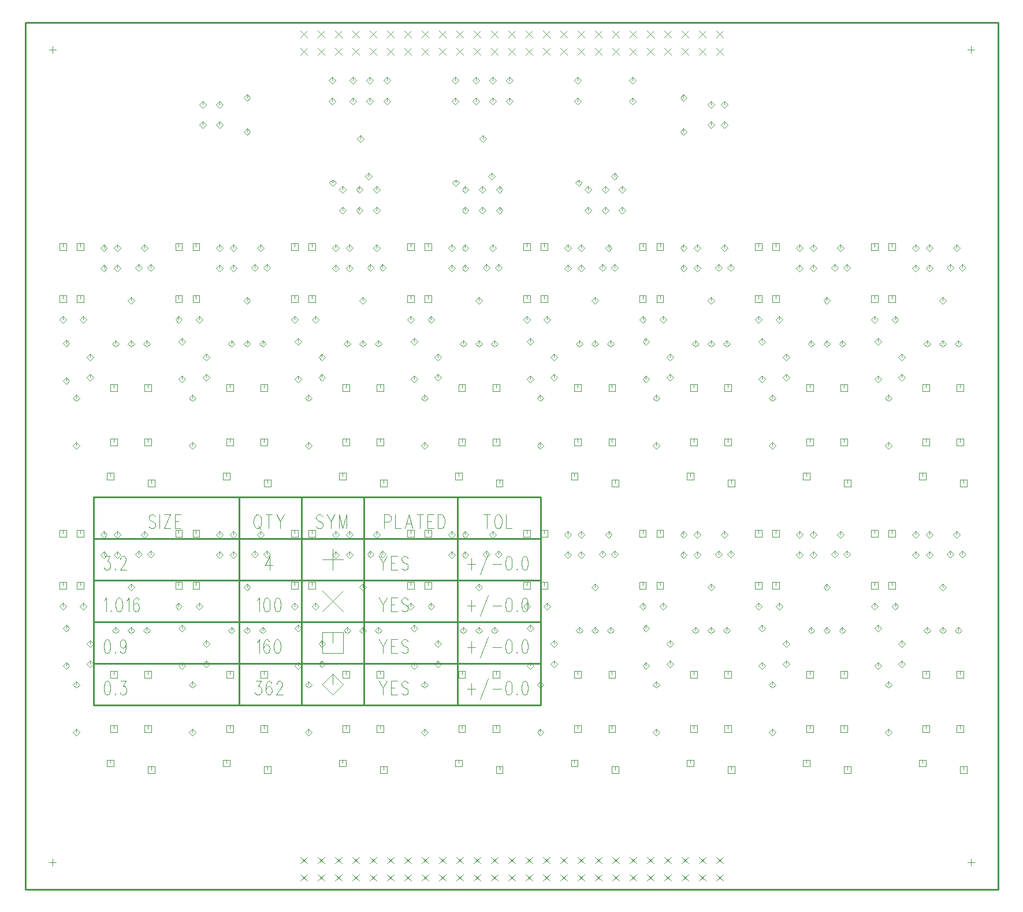
<source format=gbr>
*
*
G04 PADS Layout (Build Number 2005.266.2) generated Gerber (RS-274-X) file*
G04 PC Version=2.1*
*
%IN "cece_module_isoinput_10"*%
*
%MOMM*%
*
%FSLAX35Y35*%
*
*
*
*
G04 PC Standard Apertures*
*
*
G04 Thermal Relief Aperture macro.*
%AMTER*
1,1,$1,0,0*
1,0,$1-$2,0,0*
21,0,$3,$4,0,0,45*
21,0,$3,$4,0,0,135*
%
*
*
G04 Annular Aperture macro.*
%AMANN*
1,1,$1,0,0*
1,0,$2,0,0*
%
*
*
G04 Odd Aperture macro.*
%AMODD*
1,1,$1,0,0*
1,0,$1-0.005,0,0*
%
*
*
G04 PC Custom Aperture Macros*
*
*
*
*
*
*
G04 PC Aperture Table*
*
%ADD057C,0.12*%
%ADD058C,0.254*%
*
*
*
*
G04 PC Custom Flashes*
G04 Layer Name cece_module_isoinput_10 - flashes*
%LPD*%
*
*
G04 PC Circuitry*
G04 Layer Name cece_module_isoinput_10 - circuitry*
%LPD*%
*
G54D57*
G01X29900000Y24200000D02*
X29950000Y24250000D01*
X29900000Y24300000*
X29850000Y24250000*
X29900000Y24200000*
Y24250000D02*
Y24300000D01*
Y24500000D02*
X29950000Y24550000D01*
X29900000Y24600000*
X29850000Y24550000*
X29900000Y24500000*
Y24550000D02*
Y24600000D01*
X31700000Y24200000D02*
X31750000Y24250000D01*
X31700000Y24300000*
X31650000Y24250000*
X31700000Y24200000*
Y24250000D02*
Y24300000D01*
Y24500000D02*
X31750000Y24550000D01*
X31700000Y24600000*
X31650000Y24550000*
X31700000Y24500000*
Y24550000D02*
Y24600000D01*
X33500000Y24200000D02*
X33550000Y24250000D01*
X33500000Y24300000*
X33450000Y24250000*
X33500000Y24200000*
Y24250000D02*
Y24300000D01*
Y24500000D02*
X33550000Y24550000D01*
X33500000Y24600000*
X33450000Y24550000*
X33500000Y24500000*
Y24550000D02*
Y24600000D01*
X35650000Y24150000D02*
X35700000Y24200000D01*
X35650000Y24250000*
X35600000Y24200000*
X35650000Y24150000*
Y24200000D02*
Y24250000D01*
Y23850000D02*
X35700000Y23900000D01*
X35650000Y23950000*
X35600000Y23900000*
X35650000Y23850000*
Y23900000D02*
Y23950000D01*
X35450000Y24150000D02*
X35500000Y24200000D01*
X35450000Y24250000*
X35400000Y24200000*
X35450000Y24150000*
Y24200000D02*
Y24250000D01*
Y23850000D02*
X35500000Y23900000D01*
X35450000Y23950000*
X35400000Y23900000*
X35450000Y23850000*
Y23900000D02*
Y23950000D01*
X28250000Y24150000D02*
X28300000Y24200000D01*
X28250000Y24250000*
X28200000Y24200000*
X28250000Y24150000*
Y24200000D02*
Y24250000D01*
Y23850000D02*
X28300000Y23900000D01*
X28250000Y23950000*
X28200000Y23900000*
X28250000Y23850000*
Y23900000D02*
Y23950000D01*
X28000000Y24150000D02*
X28050000Y24200000D01*
X28000000Y24250000*
X27950000Y24200000*
X28000000Y24150000*
Y24200000D02*
Y24250000D01*
Y23850000D02*
X28050000Y23900000D01*
X28000000Y23950000*
X27950000Y23900000*
X28000000Y23850000*
Y23900000D02*
Y23950000D01*
X26650000Y15000000D02*
X26750000D01*
Y15100000*
X26650000*
Y15000000*
X26700000Y15050000D02*
Y15100000D01*
X27150000Y15000000D02*
X27250000D01*
Y15100000*
X27150000*
Y15000000*
X27200000Y15050000D02*
Y15100000D01*
X27150000Y15800000D02*
X27250000D01*
Y15900000*
X27150000*
Y15800000*
X27200000Y15850000D02*
Y15900000D01*
X26650000Y15800000D02*
X26750000D01*
Y15900000*
X26650000*
Y15800000*
X26700000Y15850000D02*
Y15900000D01*
X30050000Y19200000D02*
X30150000D01*
Y19300000*
X30050000*
Y19200000*
X30100000Y19250000D02*
Y19300000D01*
X30550000Y19200000D02*
X30650000D01*
Y19300000*
X30550000*
Y19200000*
X30600000Y19250000D02*
Y19300000D01*
X30550000Y20000000D02*
X30650000D01*
Y20100000*
X30550000*
Y20000000*
X30600000Y20050000D02*
Y20100000D01*
X30050000Y20000000D02*
X30150000D01*
Y20100000*
X30050000*
Y20000000*
X30100000Y20050000D02*
Y20100000D01*
X29400000Y16475000D02*
X29450000Y16525000D01*
X29400000Y16575000*
X29350000Y16525000*
X29400000Y16475000*
Y16525000D02*
Y16575000D01*
Y15925000D02*
X29450000Y15975000D01*
X29400000Y16025000*
X29350000Y15975000*
X29400000Y15925000*
Y15975000D02*
Y16025000D01*
Y20675000D02*
X29450000Y20725000D01*
X29400000Y20775000*
X29350000Y20725000*
X29400000Y20675000*
Y20725000D02*
Y20775000D01*
Y20125000D02*
X29450000Y20175000D01*
X29400000Y20225000*
X29350000Y20175000*
X29400000Y20125000*
Y20175000D02*
Y20225000D01*
X31750000Y15000000D02*
X31850000D01*
Y15100000*
X31750000*
Y15000000*
X31800000Y15050000D02*
Y15100000D01*
X32250000Y15000000D02*
X32350000D01*
Y15100000*
X32250000*
Y15000000*
X32300000Y15050000D02*
Y15100000D01*
X32250000Y15800000D02*
X32350000D01*
Y15900000*
X32250000*
Y15800000*
X32300000Y15850000D02*
Y15900000D01*
X31750000Y15800000D02*
X31850000D01*
Y15900000*
X31750000*
Y15800000*
X31800000Y15850000D02*
Y15900000D01*
X31750000Y19200000D02*
X31850000D01*
Y19300000*
X31750000*
Y19200000*
X31800000Y19250000D02*
Y19300000D01*
X32250000Y19200000D02*
X32350000D01*
Y19300000*
X32250000*
Y19200000*
X32300000Y19250000D02*
Y19300000D01*
X32250000Y20000000D02*
X32350000D01*
Y20100000*
X32250000*
Y20000000*
X32300000Y20050000D02*
Y20100000D01*
X31750000Y20000000D02*
X31850000D01*
Y20100000*
X31750000*
Y20000000*
X31800000Y20050000D02*
Y20100000D01*
X31100000Y16475000D02*
X31150000Y16525000D01*
X31100000Y16575000*
X31050000Y16525000*
X31100000Y16475000*
Y16525000D02*
Y16575000D01*
Y15925000D02*
X31150000Y15975000D01*
X31100000Y16025000*
X31050000Y15975000*
X31100000Y15925000*
Y15975000D02*
Y16025000D01*
Y20675000D02*
X31150000Y20725000D01*
X31100000Y20775000*
X31050000Y20725000*
X31100000Y20675000*
Y20725000D02*
Y20775000D01*
Y20125000D02*
X31150000Y20175000D01*
X31100000Y20225000*
X31050000Y20175000*
X31100000Y20125000*
Y20175000D02*
Y20225000D01*
X33450000Y15000000D02*
X33550000D01*
Y15100000*
X33450000*
Y15000000*
X33500000Y15050000D02*
Y15100000D01*
X33950000Y15000000D02*
X34050000D01*
Y15100000*
X33950000*
Y15000000*
X34000000Y15050000D02*
Y15100000D01*
X33950000Y15800000D02*
X34050000D01*
Y15900000*
X33950000*
Y15800000*
X34000000Y15850000D02*
Y15900000D01*
X33450000Y15800000D02*
X33550000D01*
Y15900000*
X33450000*
Y15800000*
X33500000Y15850000D02*
Y15900000D01*
X33450000Y19200000D02*
X33550000D01*
Y19300000*
X33450000*
Y19200000*
X33500000Y19250000D02*
Y19300000D01*
X33950000Y19200000D02*
X34050000D01*
Y19300000*
X33950000*
Y19200000*
X34000000Y19250000D02*
Y19300000D01*
X33950000Y20000000D02*
X34050000D01*
Y20100000*
X33950000*
Y20000000*
X34000000Y20050000D02*
Y20100000D01*
X33450000Y20000000D02*
X33550000D01*
Y20100000*
X33450000*
Y20000000*
X33500000Y20050000D02*
Y20100000D01*
X32800000Y16475000D02*
X32850000Y16525000D01*
X32800000Y16575000*
X32750000Y16525000*
X32800000Y16475000*
Y16525000D02*
Y16575000D01*
Y15925000D02*
X32850000Y15975000D01*
X32800000Y16025000*
X32750000Y15975000*
X32800000Y15925000*
Y15975000D02*
Y16025000D01*
X26650000Y19200000D02*
X26750000D01*
Y19300000*
X26650000*
Y19200000*
X26700000Y19250000D02*
Y19300000D01*
X27150000Y19200000D02*
X27250000D01*
Y19300000*
X27150000*
Y19200000*
X27200000Y19250000D02*
Y19300000D01*
X27150000Y20000000D02*
X27250000D01*
Y20100000*
X27150000*
Y20000000*
X27200000Y20050000D02*
Y20100000D01*
X26650000Y20000000D02*
X26750000D01*
Y20100000*
X26650000*
Y20000000*
X26700000Y20050000D02*
Y20100000D01*
X32800000Y20675000D02*
X32850000Y20725000D01*
X32800000Y20775000*
X32750000Y20725000*
X32800000Y20675000*
Y20725000D02*
Y20775000D01*
Y20125000D02*
X32850000Y20175000D01*
X32800000Y20225000*
X32750000Y20175000*
X32800000Y20125000*
Y20175000D02*
Y20225000D01*
X35150000Y15000000D02*
X35250000D01*
Y15100000*
X35150000*
Y15000000*
X35200000Y15050000D02*
Y15100000D01*
X35650000Y15000000D02*
X35750000D01*
Y15100000*
X35650000*
Y15000000*
X35700000Y15050000D02*
Y15100000D01*
X35650000Y15800000D02*
X35750000D01*
Y15900000*
X35650000*
Y15800000*
X35700000Y15850000D02*
Y15900000D01*
X35150000Y15800000D02*
X35250000D01*
Y15900000*
X35150000*
Y15800000*
X35200000Y15850000D02*
Y15900000D01*
X35150000Y19200000D02*
X35250000D01*
Y19300000*
X35150000*
Y19200000*
X35200000Y19250000D02*
Y19300000D01*
X35650000Y19200000D02*
X35750000D01*
Y19300000*
X35650000*
Y19200000*
X35700000Y19250000D02*
Y19300000D01*
X35650000Y20000000D02*
X35750000D01*
Y20100000*
X35650000*
Y20000000*
X35700000Y20050000D02*
Y20100000D01*
X35150000Y20000000D02*
X35250000D01*
Y20100000*
X35150000*
Y20000000*
X35200000Y20050000D02*
Y20100000D01*
X34500000Y16475000D02*
X34550000Y16525000D01*
X34500000Y16575000*
X34450000Y16525000*
X34500000Y16475000*
Y16525000D02*
Y16575000D01*
Y15925000D02*
X34550000Y15975000D01*
X34500000Y16025000*
X34450000Y15975000*
X34500000Y15925000*
Y15975000D02*
Y16025000D01*
Y20675000D02*
X34550000Y20725000D01*
X34500000Y20775000*
X34450000Y20725000*
X34500000Y20675000*
Y20725000D02*
Y20775000D01*
Y20125000D02*
X34550000Y20175000D01*
X34500000Y20225000*
X34450000Y20175000*
X34500000Y20125000*
Y20175000D02*
Y20225000D01*
X36850000Y15000000D02*
X36950000D01*
Y15100000*
X36850000*
Y15000000*
X36900000Y15050000D02*
Y15100000D01*
X37350000Y15000000D02*
X37450000D01*
Y15100000*
X37350000*
Y15000000*
X37400000Y15050000D02*
Y15100000D01*
X37350000Y15800000D02*
X37450000D01*
Y15900000*
X37350000*
Y15800000*
X37400000Y15850000D02*
Y15900000D01*
X36850000Y15800000D02*
X36950000D01*
Y15900000*
X36850000*
Y15800000*
X36900000Y15850000D02*
Y15900000D01*
X36850000Y19200000D02*
X36950000D01*
Y19300000*
X36850000*
Y19200000*
X36900000Y19250000D02*
Y19300000D01*
X37350000Y19200000D02*
X37450000D01*
Y19300000*
X37350000*
Y19200000*
X37400000Y19250000D02*
Y19300000D01*
X37350000Y20000000D02*
X37450000D01*
Y20100000*
X37350000*
Y20000000*
X37400000Y20050000D02*
Y20100000D01*
X36850000Y20000000D02*
X36950000D01*
Y20100000*
X36850000*
Y20000000*
X36900000Y20050000D02*
Y20100000D01*
X36200000Y16475000D02*
X36250000Y16525000D01*
X36200000Y16575000*
X36150000Y16525000*
X36200000Y16475000*
Y16525000D02*
Y16575000D01*
Y15925000D02*
X36250000Y15975000D01*
X36200000Y16025000*
X36150000Y15975000*
X36200000Y15925000*
Y15975000D02*
Y16025000D01*
Y20675000D02*
X36250000Y20725000D01*
X36200000Y20775000*
X36150000Y20725000*
X36200000Y20675000*
Y20725000D02*
Y20775000D01*
Y20125000D02*
X36250000Y20175000D01*
X36200000Y20225000*
X36150000Y20175000*
X36200000Y20125000*
Y20175000D02*
Y20225000D01*
X38550000Y15000000D02*
X38650000D01*
Y15100000*
X38550000*
Y15000000*
X38600000Y15050000D02*
Y15100000D01*
X39050000Y15000000D02*
X39150000D01*
Y15100000*
X39050000*
Y15000000*
X39100000Y15050000D02*
Y15100000D01*
X39050000Y15800000D02*
X39150000D01*
Y15900000*
X39050000*
Y15800000*
X39100000Y15850000D02*
Y15900000D01*
X38550000Y15800000D02*
X38650000D01*
Y15900000*
X38550000*
Y15800000*
X38600000Y15850000D02*
Y15900000D01*
X26000000Y16475000D02*
X26050000Y16525000D01*
X26000000Y16575000*
X25950000Y16525000*
X26000000Y16475000*
Y16525000D02*
Y16575000D01*
Y15925000D02*
X26050000Y15975000D01*
X26000000Y16025000*
X25950000Y15975000*
X26000000Y15925000*
Y15975000D02*
Y16025000D01*
X38550000Y19200000D02*
X38650000D01*
Y19300000*
X38550000*
Y19200000*
X38600000Y19250000D02*
Y19300000D01*
X39050000Y19200000D02*
X39150000D01*
Y19300000*
X39050000*
Y19200000*
X39100000Y19250000D02*
Y19300000D01*
X39050000Y20000000D02*
X39150000D01*
Y20100000*
X39050000*
Y20000000*
X39100000Y20050000D02*
Y20100000D01*
X38550000Y20000000D02*
X38650000D01*
Y20100000*
X38550000*
Y20000000*
X38600000Y20050000D02*
Y20100000D01*
X37900000Y16475000D02*
X37950000Y16525000D01*
X37900000Y16575000*
X37850000Y16525000*
X37900000Y16475000*
Y16525000D02*
Y16575000D01*
Y15925000D02*
X37950000Y15975000D01*
X37900000Y16025000*
X37850000Y15975000*
X37900000Y15925000*
Y15975000D02*
Y16025000D01*
Y20675000D02*
X37950000Y20725000D01*
X37900000Y20775000*
X37850000Y20725000*
X37900000Y20675000*
Y20725000D02*
Y20775000D01*
Y20125000D02*
X37950000Y20175000D01*
X37900000Y20225000*
X37850000Y20175000*
X37900000Y20125000*
Y20175000D02*
Y20225000D01*
X26000000Y20650000D02*
X26050000Y20700000D01*
X26000000Y20750000*
X25950000Y20700000*
X26000000Y20650000*
Y20700000D02*
Y20750000D01*
Y20100000D02*
X26050000Y20150000D01*
X26000000Y20200000*
X25950000Y20150000*
X26000000Y20100000*
Y20150000D02*
Y20200000D01*
X28350000Y15000000D02*
X28450000D01*
Y15100000*
X28350000*
Y15000000*
X28400000Y15050000D02*
Y15100000D01*
X28850000Y15000000D02*
X28950000D01*
Y15100000*
X28850000*
Y15000000*
X28900000Y15050000D02*
Y15100000D01*
X28850000Y15800000D02*
X28950000D01*
Y15900000*
X28850000*
Y15800000*
X28900000Y15850000D02*
Y15900000D01*
X28350000Y15800000D02*
X28450000D01*
Y15900000*
X28350000*
Y15800000*
X28400000Y15850000D02*
Y15900000D01*
X28350000Y19200000D02*
X28450000D01*
Y19300000*
X28350000*
Y19200000*
X28400000Y19250000D02*
Y19300000D01*
X28850000Y19200000D02*
X28950000D01*
Y19300000*
X28850000*
Y19200000*
X28900000Y19250000D02*
Y19300000D01*
X28850000Y20000000D02*
X28950000D01*
Y20100000*
X28850000*
Y20000000*
X28900000Y20050000D02*
Y20100000D01*
X28350000Y20000000D02*
X28450000D01*
Y20100000*
X28350000*
Y20000000*
X28400000Y20050000D02*
Y20100000D01*
X27700000Y16475000D02*
X27750000Y16525000D01*
X27700000Y16575000*
X27650000Y16525000*
X27700000Y16475000*
Y16525000D02*
Y16575000D01*
Y15925000D02*
X27750000Y15975000D01*
X27700000Y16025000*
X27650000Y15975000*
X27700000Y15925000*
Y15975000D02*
Y16025000D01*
Y20675000D02*
X27750000Y20725000D01*
X27700000Y20775000*
X27650000Y20725000*
X27700000Y20675000*
Y20725000D02*
Y20775000D01*
Y20125000D02*
X27750000Y20175000D01*
X27700000Y20225000*
X27650000Y20175000*
X27700000Y20125000*
Y20175000D02*
Y20225000D01*
X30050000Y15000000D02*
X30150000D01*
Y15100000*
X30050000*
Y15000000*
X30100000Y15050000D02*
Y15100000D01*
X30550000Y15000000D02*
X30650000D01*
Y15100000*
X30550000*
Y15000000*
X30600000Y15050000D02*
Y15100000D01*
X30550000Y15800000D02*
X30650000D01*
Y15900000*
X30550000*
Y15800000*
X30600000Y15850000D02*
Y15900000D01*
X30050000Y15800000D02*
X30150000D01*
Y15900000*
X30050000*
Y15800000*
X30100000Y15850000D02*
Y15900000D01*
X26150000Y14950000D02*
X26200000Y15000000D01*
X26150000Y15050000*
X26100000Y15000000*
X26150000Y14950000*
Y15000000D02*
Y15050000D01*
Y15650000D02*
X26200000Y15700000D01*
X26150000Y15750000*
X26100000Y15700000*
X26150000Y15650000*
Y15700000D02*
Y15750000D01*
X32950000Y19150000D02*
X33000000Y19200000D01*
X32950000Y19250000*
X32900000Y19200000*
X32950000Y19150000*
Y19200000D02*
Y19250000D01*
Y19850000D02*
X33000000Y19900000D01*
X32950000Y19950000*
X32900000Y19900000*
X32950000Y19850000*
Y19900000D02*
Y19950000D01*
X34650000Y14950000D02*
X34700000Y15000000D01*
X34650000Y15050000*
X34600000Y15000000*
X34650000Y14950000*
Y15000000D02*
Y15050000D01*
Y15650000D02*
X34700000Y15700000D01*
X34650000Y15750000*
X34600000Y15700000*
X34650000Y15650000*
Y15700000D02*
Y15750000D01*
Y19150000D02*
X34700000Y19200000D01*
X34650000Y19250000*
X34600000Y19200000*
X34650000Y19150000*
Y19200000D02*
Y19250000D01*
Y19850000D02*
X34700000Y19900000D01*
X34650000Y19950000*
X34600000Y19900000*
X34650000Y19850000*
Y19900000D02*
Y19950000D01*
X36350000Y14950000D02*
X36400000Y15000000D01*
X36350000Y15050000*
X36300000Y15000000*
X36350000Y14950000*
Y15000000D02*
Y15050000D01*
Y15650000D02*
X36400000Y15700000D01*
X36350000Y15750000*
X36300000Y15700000*
X36350000Y15650000*
Y15700000D02*
Y15750000D01*
Y19150000D02*
X36400000Y19200000D01*
X36350000Y19250000*
X36300000Y19200000*
X36350000Y19150000*
Y19200000D02*
Y19250000D01*
Y19850000D02*
X36400000Y19900000D01*
X36350000Y19950000*
X36300000Y19900000*
X36350000Y19850000*
Y19900000D02*
Y19950000D01*
X38050000Y14950000D02*
X38100000Y15000000D01*
X38050000Y15050000*
X38000000Y15000000*
X38050000Y14950000*
Y15000000D02*
Y15050000D01*
Y15650000D02*
X38100000Y15700000D01*
X38050000Y15750000*
X38000000Y15700000*
X38050000Y15650000*
Y15700000D02*
Y15750000D01*
Y19150000D02*
X38100000Y19200000D01*
X38050000Y19250000*
X38000000Y19200000*
X38050000Y19150000*
Y19200000D02*
Y19250000D01*
Y19850000D02*
X38100000Y19900000D01*
X38050000Y19950000*
X38000000Y19900000*
X38050000Y19850000*
Y19900000D02*
Y19950000D01*
X28650000Y24250000D02*
X28700000Y24300000D01*
X28650000Y24350000*
X28600000Y24300000*
X28650000Y24250000*
Y24300000D02*
Y24350000D01*
Y23750000D02*
X28700000Y23800000D01*
X28650000Y23850000*
X28600000Y23800000*
X28650000Y23750000*
Y23800000D02*
Y23850000D01*
X35050000Y24250000D02*
X35100000Y24300000D01*
X35050000Y24350000*
X35000000Y24300000*
X35050000Y24250000*
Y24300000D02*
Y24350000D01*
Y23750000D02*
X35100000Y23800000D01*
X35050000Y23850000*
X35000000Y23800000*
X35050000Y23750000*
Y23800000D02*
Y23850000D01*
X26150000Y19150000D02*
X26200000Y19200000D01*
X26150000Y19250000*
X26100000Y19200000*
X26150000Y19150000*
Y19200000D02*
Y19250000D01*
Y19850000D02*
X26200000Y19900000D01*
X26150000Y19950000*
X26100000Y19900000*
X26150000Y19850000*
Y19900000D02*
Y19950000D01*
X27850000Y14950000D02*
X27900000Y15000000D01*
X27850000Y15050000*
X27800000Y15000000*
X27850000Y14950000*
Y15000000D02*
Y15050000D01*
Y15650000D02*
X27900000Y15700000D01*
X27850000Y15750000*
X27800000Y15700000*
X27850000Y15650000*
Y15700000D02*
Y15750000D01*
Y19150000D02*
X27900000Y19200000D01*
X27850000Y19250000*
X27800000Y19200000*
X27850000Y19150000*
Y19200000D02*
Y19250000D01*
Y19850000D02*
X27900000Y19900000D01*
X27850000Y19950000*
X27800000Y19900000*
X27850000Y19850000*
Y19900000D02*
Y19950000D01*
X29550000Y14950000D02*
X29600000Y15000000D01*
X29550000Y15050000*
X29500000Y15000000*
X29550000Y14950000*
Y15000000D02*
Y15050000D01*
Y15650000D02*
X29600000Y15700000D01*
X29550000Y15750000*
X29500000Y15700000*
X29550000Y15650000*
Y15700000D02*
Y15750000D01*
Y19150000D02*
X29600000Y19200000D01*
X29550000Y19250000*
X29500000Y19200000*
X29550000Y19150000*
Y19200000D02*
Y19250000D01*
Y19850000D02*
X29600000Y19900000D01*
X29550000Y19950000*
X29500000Y19900000*
X29550000Y19850000*
Y19900000D02*
Y19950000D01*
X31250000Y14950000D02*
X31300000Y15000000D01*
X31250000Y15050000*
X31200000Y15000000*
X31250000Y14950000*
Y15000000D02*
Y15050000D01*
Y15650000D02*
X31300000Y15700000D01*
X31250000Y15750000*
X31200000Y15700000*
X31250000Y15650000*
Y15700000D02*
Y15750000D01*
Y19150000D02*
X31300000Y19200000D01*
X31250000Y19250000*
X31200000Y19200000*
X31250000Y19150000*
Y19200000D02*
Y19250000D01*
Y19850000D02*
X31300000Y19900000D01*
X31250000Y19950000*
X31200000Y19900000*
X31250000Y19850000*
Y19900000D02*
Y19950000D01*
X32950000Y14950000D02*
X33000000Y15000000D01*
X32950000Y15050000*
X32900000Y15000000*
X32950000Y14950000*
Y15000000D02*
Y15050000D01*
Y15650000D02*
X33000000Y15700000D01*
X32950000Y15750000*
X32900000Y15700000*
X32950000Y15650000*
Y15700000D02*
Y15750000D01*
X25900000Y17100000D02*
X26000000D01*
Y17200000*
X25900000*
Y17100000*
X25950000Y17150000D02*
Y17200000D01*
X26154000Y17100000D02*
X26254000D01*
Y17200000*
X26154000*
Y17100000*
X26204000Y17150000D02*
Y17200000D01*
X26154000Y17862000D02*
X26254000D01*
Y17962000*
X26154000*
Y17862000*
X26204000Y17912000D02*
Y17962000D01*
X25900000Y17862000D02*
X26000000D01*
Y17962000*
X25900000*
Y17862000*
X25950000Y17912000D02*
Y17962000D01*
X32700000Y21300000D02*
X32800000D01*
Y21400000*
X32700000*
Y21300000*
X32750000Y21350000D02*
Y21400000D01*
X32954000Y21300000D02*
X33054000D01*
Y21400000*
X32954000*
Y21300000*
X33004000Y21350000D02*
Y21400000D01*
X32954000Y22062000D02*
X33054000D01*
Y22162000*
X32954000*
Y22062000*
X33004000Y22112000D02*
Y22162000D01*
X32700000Y22062000D02*
X32800000D01*
Y22162000*
X32700000*
Y22062000*
X32750000Y22112000D02*
Y22162000D01*
X34400000Y17100000D02*
X34500000D01*
Y17200000*
X34400000*
Y17100000*
X34450000Y17150000D02*
Y17200000D01*
X34654000Y17100000D02*
X34754000D01*
Y17200000*
X34654000*
Y17100000*
X34704000Y17150000D02*
Y17200000D01*
X34654000Y17862000D02*
X34754000D01*
Y17962000*
X34654000*
Y17862000*
X34704000Y17912000D02*
Y17962000D01*
X34400000Y17862000D02*
X34500000D01*
Y17962000*
X34400000*
Y17862000*
X34450000Y17912000D02*
Y17962000D01*
X34400000Y21300000D02*
X34500000D01*
Y21400000*
X34400000*
Y21300000*
X34450000Y21350000D02*
Y21400000D01*
X34654000Y21300000D02*
X34754000D01*
Y21400000*
X34654000*
Y21300000*
X34704000Y21350000D02*
Y21400000D01*
X34654000Y22062000D02*
X34754000D01*
Y22162000*
X34654000*
Y22062000*
X34704000Y22112000D02*
Y22162000D01*
X34400000Y22062000D02*
X34500000D01*
Y22162000*
X34400000*
Y22062000*
X34450000Y22112000D02*
Y22162000D01*
X36100000Y17100000D02*
X36200000D01*
Y17200000*
X36100000*
Y17100000*
X36150000Y17150000D02*
Y17200000D01*
X36354000Y17100000D02*
X36454000D01*
Y17200000*
X36354000*
Y17100000*
X36404000Y17150000D02*
Y17200000D01*
X36354000Y17862000D02*
X36454000D01*
Y17962000*
X36354000*
Y17862000*
X36404000Y17912000D02*
Y17962000D01*
X36100000Y17862000D02*
X36200000D01*
Y17962000*
X36100000*
Y17862000*
X36150000Y17912000D02*
Y17962000D01*
X36100000Y21300000D02*
X36200000D01*
Y21400000*
X36100000*
Y21300000*
X36150000Y21350000D02*
Y21400000D01*
X36354000Y21300000D02*
X36454000D01*
Y21400000*
X36354000*
Y21300000*
X36404000Y21350000D02*
Y21400000D01*
X36354000Y22062000D02*
X36454000D01*
Y22162000*
X36354000*
Y22062000*
X36404000Y22112000D02*
Y22162000D01*
X36100000Y22062000D02*
X36200000D01*
Y22162000*
X36100000*
Y22062000*
X36150000Y22112000D02*
Y22162000D01*
X37800000Y17100000D02*
X37900000D01*
Y17200000*
X37800000*
Y17100000*
X37850000Y17150000D02*
Y17200000D01*
X38054000Y17100000D02*
X38154000D01*
Y17200000*
X38054000*
Y17100000*
X38104000Y17150000D02*
Y17200000D01*
X38054000Y17862000D02*
X38154000D01*
Y17962000*
X38054000*
Y17862000*
X38104000Y17912000D02*
Y17962000D01*
X37800000Y17862000D02*
X37900000D01*
Y17962000*
X37800000*
Y17862000*
X37850000Y17912000D02*
Y17962000D01*
X37800000Y21300000D02*
X37900000D01*
Y21400000*
X37800000*
Y21300000*
X37850000Y21350000D02*
Y21400000D01*
X38054000Y21300000D02*
X38154000D01*
Y21400000*
X38054000*
Y21300000*
X38104000Y21350000D02*
Y21400000D01*
X38054000Y22062000D02*
X38154000D01*
Y22162000*
X38054000*
Y22062000*
X38104000Y22112000D02*
Y22162000D01*
X37800000Y22062000D02*
X37900000D01*
Y22162000*
X37800000*
Y22062000*
X37850000Y22112000D02*
Y22162000D01*
X25900000Y21300000D02*
X26000000D01*
Y21400000*
X25900000*
Y21300000*
X25950000Y21350000D02*
Y21400000D01*
X26154000Y21300000D02*
X26254000D01*
Y21400000*
X26154000*
Y21300000*
X26204000Y21350000D02*
Y21400000D01*
X26154000Y22062000D02*
X26254000D01*
Y22162000*
X26154000*
Y22062000*
X26204000Y22112000D02*
Y22162000D01*
X25900000Y22062000D02*
X26000000D01*
Y22162000*
X25900000*
Y22062000*
X25950000Y22112000D02*
Y22162000D01*
X27600000Y17100000D02*
X27700000D01*
Y17200000*
X27600000*
Y17100000*
X27650000Y17150000D02*
Y17200000D01*
X27854000Y17100000D02*
X27954000D01*
Y17200000*
X27854000*
Y17100000*
X27904000Y17150000D02*
Y17200000D01*
X27854000Y17862000D02*
X27954000D01*
Y17962000*
X27854000*
Y17862000*
X27904000Y17912000D02*
Y17962000D01*
X27600000Y17862000D02*
X27700000D01*
Y17962000*
X27600000*
Y17862000*
X27650000Y17912000D02*
Y17962000D01*
X27600000Y21300000D02*
X27700000D01*
Y21400000*
X27600000*
Y21300000*
X27650000Y21350000D02*
Y21400000D01*
X27854000Y21300000D02*
X27954000D01*
Y21400000*
X27854000*
Y21300000*
X27904000Y21350000D02*
Y21400000D01*
X27854000Y22062000D02*
X27954000D01*
Y22162000*
X27854000*
Y22062000*
X27904000Y22112000D02*
Y22162000D01*
X27600000Y22062000D02*
X27700000D01*
Y22162000*
X27600000*
Y22062000*
X27650000Y22112000D02*
Y22162000D01*
X29300000Y17100000D02*
X29400000D01*
Y17200000*
X29300000*
Y17100000*
X29350000Y17150000D02*
Y17200000D01*
X29554000Y17100000D02*
X29654000D01*
Y17200000*
X29554000*
Y17100000*
X29604000Y17150000D02*
Y17200000D01*
X29554000Y17862000D02*
X29654000D01*
Y17962000*
X29554000*
Y17862000*
X29604000Y17912000D02*
Y17962000D01*
X29300000Y17862000D02*
X29400000D01*
Y17962000*
X29300000*
Y17862000*
X29350000Y17912000D02*
Y17962000D01*
X29300000Y21300000D02*
X29400000D01*
Y21400000*
X29300000*
Y21300000*
X29350000Y21350000D02*
Y21400000D01*
X29554000Y21300000D02*
X29654000D01*
Y21400000*
X29554000*
Y21300000*
X29604000Y21350000D02*
Y21400000D01*
X29554000Y22062000D02*
X29654000D01*
Y22162000*
X29554000*
Y22062000*
X29604000Y22112000D02*
Y22162000D01*
X29300000Y22062000D02*
X29400000D01*
Y22162000*
X29300000*
Y22062000*
X29350000Y22112000D02*
Y22162000D01*
X31000000Y17100000D02*
X31100000D01*
Y17200000*
X31000000*
Y17100000*
X31050000Y17150000D02*
Y17200000D01*
X31254000Y17100000D02*
X31354000D01*
Y17200000*
X31254000*
Y17100000*
X31304000Y17150000D02*
Y17200000D01*
X31254000Y17862000D02*
X31354000D01*
Y17962000*
X31254000*
Y17862000*
X31304000Y17912000D02*
Y17962000D01*
X31000000Y17862000D02*
X31100000D01*
Y17962000*
X31000000*
Y17862000*
X31050000Y17912000D02*
Y17962000D01*
X31000000Y21300000D02*
X31100000D01*
Y21400000*
X31000000*
Y21300000*
X31050000Y21350000D02*
Y21400000D01*
X31254000Y21300000D02*
X31354000D01*
Y21400000*
X31254000*
Y21300000*
X31304000Y21350000D02*
Y21400000D01*
X31254000Y22062000D02*
X31354000D01*
Y22162000*
X31254000*
Y22062000*
X31304000Y22112000D02*
Y22162000D01*
X31000000Y22062000D02*
X31100000D01*
Y22162000*
X31000000*
Y22062000*
X31050000Y22112000D02*
Y22162000D01*
X32700000Y17100000D02*
X32800000D01*
Y17200000*
X32700000*
Y17100000*
X32750000Y17150000D02*
Y17200000D01*
X32954000Y17100000D02*
X33054000D01*
Y17200000*
X32954000*
Y17100000*
X33004000Y17150000D02*
Y17200000D01*
X32954000Y17862000D02*
X33054000D01*
Y17962000*
X32954000*
Y17862000*
X33004000Y17912000D02*
Y17962000D01*
X32700000Y17862000D02*
X32800000D01*
Y17962000*
X32700000*
Y17862000*
X32750000Y17912000D02*
Y17962000D01*
X29432000Y13077000D02*
X29532000Y13177000D01*
X29432000D02*
X29532000Y13077000D01*
X29432000Y12823000D02*
X29532000Y12923000D01*
X29432000D02*
X29532000Y12823000D01*
X29686000Y13077000D02*
X29786000Y13177000D01*
X29686000D02*
X29786000Y13077000D01*
X29686000Y12823000D02*
X29786000Y12923000D01*
X29686000D02*
X29786000Y12823000D01*
X29940000Y13077000D02*
X30040000Y13177000D01*
X29940000D02*
X30040000Y13077000D01*
X29940000Y12823000D02*
X30040000Y12923000D01*
X29940000D02*
X30040000Y12823000D01*
X30194000Y13077000D02*
X30294000Y13177000D01*
X30194000D02*
X30294000Y13077000D01*
X30194000Y12823000D02*
X30294000Y12923000D01*
X30194000D02*
X30294000Y12823000D01*
X30448000Y13077000D02*
X30548000Y13177000D01*
X30448000D02*
X30548000Y13077000D01*
X30448000Y12823000D02*
X30548000Y12923000D01*
X30448000D02*
X30548000Y12823000D01*
X30702000Y13077000D02*
X30802000Y13177000D01*
X30702000D02*
X30802000Y13077000D01*
X30702000Y12823000D02*
X30802000Y12923000D01*
X30702000D02*
X30802000Y12823000D01*
X30956000Y13077000D02*
X31056000Y13177000D01*
X30956000D02*
X31056000Y13077000D01*
X30956000Y12823000D02*
X31056000Y12923000D01*
X30956000D02*
X31056000Y12823000D01*
X31210000Y13077000D02*
X31310000Y13177000D01*
X31210000D02*
X31310000Y13077000D01*
X31210000Y12823000D02*
X31310000Y12923000D01*
X31210000D02*
X31310000Y12823000D01*
X31464000Y13077000D02*
X31564000Y13177000D01*
X31464000D02*
X31564000Y13077000D01*
X31464000Y12823000D02*
X31564000Y12923000D01*
X31464000D02*
X31564000Y12823000D01*
X31718000Y13077000D02*
X31818000Y13177000D01*
X31718000D02*
X31818000Y13077000D01*
X31718000Y12823000D02*
X31818000Y12923000D01*
X31718000D02*
X31818000Y12823000D01*
X31972000Y13077000D02*
X32072000Y13177000D01*
X31972000D02*
X32072000Y13077000D01*
X31972000Y12823000D02*
X32072000Y12923000D01*
X31972000D02*
X32072000Y12823000D01*
X32226000Y13077000D02*
X32326000Y13177000D01*
X32226000D02*
X32326000Y13077000D01*
X32226000Y12823000D02*
X32326000Y12923000D01*
X32226000D02*
X32326000Y12823000D01*
X32480000Y13077000D02*
X32580000Y13177000D01*
X32480000D02*
X32580000Y13077000D01*
X32480000Y12823000D02*
X32580000Y12923000D01*
X32480000D02*
X32580000Y12823000D01*
X32734000Y13077000D02*
X32834000Y13177000D01*
X32734000D02*
X32834000Y13077000D01*
X32734000Y12823000D02*
X32834000Y12923000D01*
X32734000D02*
X32834000Y12823000D01*
X32988000Y13077000D02*
X33088000Y13177000D01*
X32988000D02*
X33088000Y13077000D01*
X32988000Y12823000D02*
X33088000Y12923000D01*
X32988000D02*
X33088000Y12823000D01*
X33242000Y13077000D02*
X33342000Y13177000D01*
X33242000D02*
X33342000Y13077000D01*
X33242000Y12823000D02*
X33342000Y12923000D01*
X33242000D02*
X33342000Y12823000D01*
X33496000Y13077000D02*
X33596000Y13177000D01*
X33496000D02*
X33596000Y13077000D01*
X33496000Y12823000D02*
X33596000Y12923000D01*
X33496000D02*
X33596000Y12823000D01*
X33750000Y13077000D02*
X33850000Y13177000D01*
X33750000D02*
X33850000Y13077000D01*
X33750000Y12823000D02*
X33850000Y12923000D01*
X33750000D02*
X33850000Y12823000D01*
X34004000Y13077000D02*
X34104000Y13177000D01*
X34004000D02*
X34104000Y13077000D01*
X34004000Y12823000D02*
X34104000Y12923000D01*
X34004000D02*
X34104000Y12823000D01*
X34258000Y13077000D02*
X34358000Y13177000D01*
X34258000D02*
X34358000Y13077000D01*
X34258000Y12823000D02*
X34358000Y12923000D01*
X34258000D02*
X34358000Y12823000D01*
X34512000Y13077000D02*
X34612000Y13177000D01*
X34512000D02*
X34612000Y13077000D01*
X34512000Y12823000D02*
X34612000Y12923000D01*
X34512000D02*
X34612000Y12823000D01*
X34766000Y13077000D02*
X34866000Y13177000D01*
X34766000D02*
X34866000Y13077000D01*
X34766000Y12823000D02*
X34866000Y12923000D01*
X34766000D02*
X34866000Y12823000D01*
X35020000Y13077000D02*
X35120000Y13177000D01*
X35020000D02*
X35120000Y13077000D01*
X35020000Y12823000D02*
X35120000Y12923000D01*
X35020000D02*
X35120000Y12823000D01*
X35274000Y13077000D02*
X35374000Y13177000D01*
X35274000D02*
X35374000Y13077000D01*
X35274000Y12823000D02*
X35374000Y12923000D01*
X35274000D02*
X35374000Y12823000D01*
X35528000Y13077000D02*
X35628000Y13177000D01*
X35528000D02*
X35628000Y13077000D01*
X35528000Y12823000D02*
X35628000Y12923000D01*
X35528000D02*
X35628000Y12823000D01*
X29432000Y25177000D02*
X29532000Y25277000D01*
X29432000D02*
X29532000Y25177000D01*
X29432000Y24923000D02*
X29532000Y25023000D01*
X29432000D02*
X29532000Y24923000D01*
X29686000Y25177000D02*
X29786000Y25277000D01*
X29686000D02*
X29786000Y25177000D01*
X29686000Y24923000D02*
X29786000Y25023000D01*
X29686000D02*
X29786000Y24923000D01*
X29940000Y25177000D02*
X30040000Y25277000D01*
X29940000D02*
X30040000Y25177000D01*
X29940000Y24923000D02*
X30040000Y25023000D01*
X29940000D02*
X30040000Y24923000D01*
X30194000Y25177000D02*
X30294000Y25277000D01*
X30194000D02*
X30294000Y25177000D01*
X30194000Y24923000D02*
X30294000Y25023000D01*
X30194000D02*
X30294000Y24923000D01*
X30448000Y25177000D02*
X30548000Y25277000D01*
X30448000D02*
X30548000Y25177000D01*
X30448000Y24923000D02*
X30548000Y25023000D01*
X30448000D02*
X30548000Y24923000D01*
X30702000Y25177000D02*
X30802000Y25277000D01*
X30702000D02*
X30802000Y25177000D01*
X30702000Y24923000D02*
X30802000Y25023000D01*
X30702000D02*
X30802000Y24923000D01*
X30956000Y25177000D02*
X31056000Y25277000D01*
X30956000D02*
X31056000Y25177000D01*
X30956000Y24923000D02*
X31056000Y25023000D01*
X30956000D02*
X31056000Y24923000D01*
X31210000Y25177000D02*
X31310000Y25277000D01*
X31210000D02*
X31310000Y25177000D01*
X31210000Y24923000D02*
X31310000Y25023000D01*
X31210000D02*
X31310000Y24923000D01*
X31464000Y25177000D02*
X31564000Y25277000D01*
X31464000D02*
X31564000Y25177000D01*
X31464000Y24923000D02*
X31564000Y25023000D01*
X31464000D02*
X31564000Y24923000D01*
X31718000Y25177000D02*
X31818000Y25277000D01*
X31718000D02*
X31818000Y25177000D01*
X31718000Y24923000D02*
X31818000Y25023000D01*
X31718000D02*
X31818000Y24923000D01*
X31972000Y25177000D02*
X32072000Y25277000D01*
X31972000D02*
X32072000Y25177000D01*
X31972000Y24923000D02*
X32072000Y25023000D01*
X31972000D02*
X32072000Y24923000D01*
X32226000Y25177000D02*
X32326000Y25277000D01*
X32226000D02*
X32326000Y25177000D01*
X32226000Y24923000D02*
X32326000Y25023000D01*
X32226000D02*
X32326000Y24923000D01*
X32480000Y25177000D02*
X32580000Y25277000D01*
X32480000D02*
X32580000Y25177000D01*
X32480000Y24923000D02*
X32580000Y25023000D01*
X32480000D02*
X32580000Y24923000D01*
X32734000Y25177000D02*
X32834000Y25277000D01*
X32734000D02*
X32834000Y25177000D01*
X32734000Y24923000D02*
X32834000Y25023000D01*
X32734000D02*
X32834000Y24923000D01*
X32988000Y25177000D02*
X33088000Y25277000D01*
X32988000D02*
X33088000Y25177000D01*
X32988000Y24923000D02*
X33088000Y25023000D01*
X32988000D02*
X33088000Y24923000D01*
X33242000Y25177000D02*
X33342000Y25277000D01*
X33242000D02*
X33342000Y25177000D01*
X33242000Y24923000D02*
X33342000Y25023000D01*
X33242000D02*
X33342000Y24923000D01*
X33496000Y25177000D02*
X33596000Y25277000D01*
X33496000D02*
X33596000Y25177000D01*
X33496000Y24923000D02*
X33596000Y25023000D01*
X33496000D02*
X33596000Y24923000D01*
X33750000Y25177000D02*
X33850000Y25277000D01*
X33750000D02*
X33850000Y25177000D01*
X33750000Y24923000D02*
X33850000Y25023000D01*
X33750000D02*
X33850000Y24923000D01*
X34004000Y25177000D02*
X34104000Y25277000D01*
X34004000D02*
X34104000Y25177000D01*
X34004000Y24923000D02*
X34104000Y25023000D01*
X34004000D02*
X34104000Y24923000D01*
X34258000Y25177000D02*
X34358000Y25277000D01*
X34258000D02*
X34358000Y25177000D01*
X34258000Y24923000D02*
X34358000Y25023000D01*
X34258000D02*
X34358000Y24923000D01*
X34512000Y25177000D02*
X34612000Y25277000D01*
X34512000D02*
X34612000Y25177000D01*
X34512000Y24923000D02*
X34612000Y25023000D01*
X34512000D02*
X34612000Y24923000D01*
X34766000Y25177000D02*
X34866000Y25277000D01*
X34766000D02*
X34866000Y25177000D01*
X34766000Y24923000D02*
X34866000Y25023000D01*
X34766000D02*
X34866000Y24923000D01*
X35020000Y25177000D02*
X35120000Y25277000D01*
X35020000D02*
X35120000Y25177000D01*
X35020000Y24923000D02*
X35120000Y25023000D01*
X35020000D02*
X35120000Y24923000D01*
X35274000Y25177000D02*
X35374000Y25277000D01*
X35274000D02*
X35374000Y25177000D01*
X35274000Y24923000D02*
X35374000Y25023000D01*
X35274000D02*
X35374000Y24923000D01*
X35528000Y25177000D02*
X35628000Y25277000D01*
X35528000D02*
X35628000Y25177000D01*
X35528000Y24923000D02*
X35628000Y25023000D01*
X35528000D02*
X35628000Y24923000D01*
X26721400Y16446000D02*
X26771400Y16496000D01*
X26721400Y16546000*
X26671400Y16496000*
X26721400Y16446000*
Y16496000D02*
Y16546000D01*
X26950000Y16446000D02*
X27000000Y16496000D01*
X26950000Y16546000*
X26900000Y16496000*
X26950000Y16446000*
Y16496000D02*
Y16546000D01*
X27178600Y16446000D02*
X27228600Y16496000D01*
X27178600Y16546000*
X27128600Y16496000*
X27178600Y16446000*
Y16496000D02*
Y16546000D01*
X26950000Y17074650D02*
X27000000Y17124650D01*
X26950000Y17174650*
X26900000Y17124650*
X26950000Y17074650*
Y17124650D02*
Y17174650D01*
X30121400Y20646000D02*
X30171400Y20696000D01*
X30121400Y20746000*
X30071400Y20696000*
X30121400Y20646000*
Y20696000D02*
Y20746000D01*
X30350000Y20646000D02*
X30400000Y20696000D01*
X30350000Y20746000*
X30300000Y20696000*
X30350000Y20646000*
Y20696000D02*
Y20746000D01*
X30578600Y20646000D02*
X30628600Y20696000D01*
X30578600Y20746000*
X30528600Y20696000*
X30578600Y20646000*
Y20696000D02*
Y20746000D01*
X30350000Y21274650D02*
X30400000Y21324650D01*
X30350000Y21374650*
X30300000Y21324650*
X30350000Y21274650*
Y21324650D02*
Y21374650D01*
X30461100Y17560300D02*
X30511100Y17610300D01*
X30461100Y17660300*
X30411100Y17610300*
X30461100Y17560300*
Y17610300D02*
Y17660300D01*
X30638900Y17560300D02*
X30688900Y17610300D01*
X30638900Y17660300*
X30588900Y17610300*
X30638900Y17560300*
Y17610300D02*
Y17660300D01*
X30550000Y17850000D02*
X30600000Y17900000D01*
X30550000Y17950000*
X30500000Y17900000*
X30550000Y17850000*
Y17900000D02*
Y17950000D01*
X30461100Y21760300D02*
X30511100Y21810300D01*
X30461100Y21860300*
X30411100Y21810300*
X30461100Y21760300*
Y21810300D02*
Y21860300D01*
X30638900Y21760300D02*
X30688900Y21810300D01*
X30638900Y21860300*
X30588900Y21810300*
X30638900Y21760300*
Y21810300D02*
Y21860300D01*
X30550000Y22050000D02*
X30600000Y22100000D01*
X30550000Y22150000*
X30500000Y22100000*
X30550000Y22050000*
Y22100000D02*
Y22150000D01*
X31821400Y16446000D02*
X31871400Y16496000D01*
X31821400Y16546000*
X31771400Y16496000*
X31821400Y16446000*
Y16496000D02*
Y16546000D01*
X32050000Y16446000D02*
X32100000Y16496000D01*
X32050000Y16546000*
X32000000Y16496000*
X32050000Y16446000*
Y16496000D02*
Y16546000D01*
X32278600Y16446000D02*
X32328600Y16496000D01*
X32278600Y16546000*
X32228600Y16496000*
X32278600Y16446000*
Y16496000D02*
Y16546000D01*
X32050000Y17074650D02*
X32100000Y17124650D01*
X32050000Y17174650*
X32000000Y17124650*
X32050000Y17074650*
Y17124650D02*
Y17174650D01*
X31821400Y20646000D02*
X31871400Y20696000D01*
X31821400Y20746000*
X31771400Y20696000*
X31821400Y20646000*
Y20696000D02*
Y20746000D01*
X32050000Y20646000D02*
X32100000Y20696000D01*
X32050000Y20746000*
X32000000Y20696000*
X32050000Y20646000*
Y20696000D02*
Y20746000D01*
X32278600Y20646000D02*
X32328600Y20696000D01*
X32278600Y20746000*
X32228600Y20696000*
X32278600Y20646000*
Y20696000D02*
Y20746000D01*
X32050000Y21274650D02*
X32100000Y21324650D01*
X32050000Y21374650*
X32000000Y21324650*
X32050000Y21274650*
Y21324650D02*
Y21374650D01*
X32161100Y17560300D02*
X32211100Y17610300D01*
X32161100Y17660300*
X32111100Y17610300*
X32161100Y17560300*
Y17610300D02*
Y17660300D01*
X32338900Y17560300D02*
X32388900Y17610300D01*
X32338900Y17660300*
X32288900Y17610300*
X32338900Y17560300*
Y17610300D02*
Y17660300D01*
X32250000Y17850000D02*
X32300000Y17900000D01*
X32250000Y17950000*
X32200000Y17900000*
X32250000Y17850000*
Y17900000D02*
Y17950000D01*
X32161100Y21760300D02*
X32211100Y21810300D01*
X32161100Y21860300*
X32111100Y21810300*
X32161100Y21760300*
Y21810300D02*
Y21860300D01*
X32338900Y21760300D02*
X32388900Y21810300D01*
X32338900Y21860300*
X32288900Y21810300*
X32338900Y21760300*
Y21810300D02*
Y21860300D01*
X32250000Y22050000D02*
X32300000Y22100000D01*
X32250000Y22150000*
X32200000Y22100000*
X32250000Y22050000*
Y22100000D02*
Y22150000D01*
X33521400Y16446000D02*
X33571400Y16496000D01*
X33521400Y16546000*
X33471400Y16496000*
X33521400Y16446000*
Y16496000D02*
Y16546000D01*
X33750000Y16446000D02*
X33800000Y16496000D01*
X33750000Y16546000*
X33700000Y16496000*
X33750000Y16446000*
Y16496000D02*
Y16546000D01*
X33978600Y16446000D02*
X34028600Y16496000D01*
X33978600Y16546000*
X33928600Y16496000*
X33978600Y16446000*
Y16496000D02*
Y16546000D01*
X33750000Y17074650D02*
X33800000Y17124650D01*
X33750000Y17174650*
X33700000Y17124650*
X33750000Y17074650*
Y17124650D02*
Y17174650D01*
X33521400Y20646000D02*
X33571400Y20696000D01*
X33521400Y20746000*
X33471400Y20696000*
X33521400Y20646000*
Y20696000D02*
Y20746000D01*
X33750000Y20646000D02*
X33800000Y20696000D01*
X33750000Y20746000*
X33700000Y20696000*
X33750000Y20646000*
Y20696000D02*
Y20746000D01*
X33978600Y20646000D02*
X34028600Y20696000D01*
X33978600Y20746000*
X33928600Y20696000*
X33978600Y20646000*
Y20696000D02*
Y20746000D01*
X33750000Y21274650D02*
X33800000Y21324650D01*
X33750000Y21374650*
X33700000Y21324650*
X33750000Y21274650*
Y21324650D02*
Y21374650D01*
X33861100Y17560300D02*
X33911100Y17610300D01*
X33861100Y17660300*
X33811100Y17610300*
X33861100Y17560300*
Y17610300D02*
Y17660300D01*
X34038900Y17560300D02*
X34088900Y17610300D01*
X34038900Y17660300*
X33988900Y17610300*
X34038900Y17560300*
Y17610300D02*
Y17660300D01*
X33950000Y17850000D02*
X34000000Y17900000D01*
X33950000Y17950000*
X33900000Y17900000*
X33950000Y17850000*
Y17900000D02*
Y17950000D01*
X26721400Y20646000D02*
X26771400Y20696000D01*
X26721400Y20746000*
X26671400Y20696000*
X26721400Y20646000*
Y20696000D02*
Y20746000D01*
X26950000Y20646000D02*
X27000000Y20696000D01*
X26950000Y20746000*
X26900000Y20696000*
X26950000Y20646000*
Y20696000D02*
Y20746000D01*
X27178600Y20646000D02*
X27228600Y20696000D01*
X27178600Y20746000*
X27128600Y20696000*
X27178600Y20646000*
Y20696000D02*
Y20746000D01*
X26950000Y21274650D02*
X27000000Y21324650D01*
X26950000Y21374650*
X26900000Y21324650*
X26950000Y21274650*
Y21324650D02*
Y21374650D01*
X33861100Y21760300D02*
X33911100Y21810300D01*
X33861100Y21860300*
X33811100Y21810300*
X33861100Y21760300*
Y21810300D02*
Y21860300D01*
X34038900Y21760300D02*
X34088900Y21810300D01*
X34038900Y21860300*
X33988900Y21810300*
X34038900Y21760300*
Y21810300D02*
Y21860300D01*
X33950000Y22050000D02*
X34000000Y22100000D01*
X33950000Y22150000*
X33900000Y22100000*
X33950000Y22050000*
Y22100000D02*
Y22150000D01*
X35221400Y16446000D02*
X35271400Y16496000D01*
X35221400Y16546000*
X35171400Y16496000*
X35221400Y16446000*
Y16496000D02*
Y16546000D01*
X35450000Y16446000D02*
X35500000Y16496000D01*
X35450000Y16546000*
X35400000Y16496000*
X35450000Y16446000*
Y16496000D02*
Y16546000D01*
X35678600Y16446000D02*
X35728600Y16496000D01*
X35678600Y16546000*
X35628600Y16496000*
X35678600Y16446000*
Y16496000D02*
Y16546000D01*
X35450000Y17074650D02*
X35500000Y17124650D01*
X35450000Y17174650*
X35400000Y17124650*
X35450000Y17074650*
Y17124650D02*
Y17174650D01*
X35221400Y20646000D02*
X35271400Y20696000D01*
X35221400Y20746000*
X35171400Y20696000*
X35221400Y20646000*
Y20696000D02*
Y20746000D01*
X35450000Y20646000D02*
X35500000Y20696000D01*
X35450000Y20746000*
X35400000Y20696000*
X35450000Y20646000*
Y20696000D02*
Y20746000D01*
X35678600Y20646000D02*
X35728600Y20696000D01*
X35678600Y20746000*
X35628600Y20696000*
X35678600Y20646000*
Y20696000D02*
Y20746000D01*
X35450000Y21274650D02*
X35500000Y21324650D01*
X35450000Y21374650*
X35400000Y21324650*
X35450000Y21274650*
Y21324650D02*
Y21374650D01*
X35561100Y17560300D02*
X35611100Y17610300D01*
X35561100Y17660300*
X35511100Y17610300*
X35561100Y17560300*
Y17610300D02*
Y17660300D01*
X35738900Y17560300D02*
X35788900Y17610300D01*
X35738900Y17660300*
X35688900Y17610300*
X35738900Y17560300*
Y17610300D02*
Y17660300D01*
X35650000Y17850000D02*
X35700000Y17900000D01*
X35650000Y17950000*
X35600000Y17900000*
X35650000Y17850000*
Y17900000D02*
Y17950000D01*
X35561100Y21760300D02*
X35611100Y21810300D01*
X35561100Y21860300*
X35511100Y21810300*
X35561100Y21760300*
Y21810300D02*
Y21860300D01*
X35738900Y21760300D02*
X35788900Y21810300D01*
X35738900Y21860300*
X35688900Y21810300*
X35738900Y21760300*
Y21810300D02*
Y21860300D01*
X35650000Y22050000D02*
X35700000Y22100000D01*
X35650000Y22150000*
X35600000Y22100000*
X35650000Y22050000*
Y22100000D02*
Y22150000D01*
X36921400Y16446000D02*
X36971400Y16496000D01*
X36921400Y16546000*
X36871400Y16496000*
X36921400Y16446000*
Y16496000D02*
Y16546000D01*
X37150000Y16446000D02*
X37200000Y16496000D01*
X37150000Y16546000*
X37100000Y16496000*
X37150000Y16446000*
Y16496000D02*
Y16546000D01*
X37378600Y16446000D02*
X37428600Y16496000D01*
X37378600Y16546000*
X37328600Y16496000*
X37378600Y16446000*
Y16496000D02*
Y16546000D01*
X37150000Y17074650D02*
X37200000Y17124650D01*
X37150000Y17174650*
X37100000Y17124650*
X37150000Y17074650*
Y17124650D02*
Y17174650D01*
X36921400Y20646000D02*
X36971400Y20696000D01*
X36921400Y20746000*
X36871400Y20696000*
X36921400Y20646000*
Y20696000D02*
Y20746000D01*
X37150000Y20646000D02*
X37200000Y20696000D01*
X37150000Y20746000*
X37100000Y20696000*
X37150000Y20646000*
Y20696000D02*
Y20746000D01*
X37378600Y20646000D02*
X37428600Y20696000D01*
X37378600Y20746000*
X37328600Y20696000*
X37378600Y20646000*
Y20696000D02*
Y20746000D01*
X37150000Y21274650D02*
X37200000Y21324650D01*
X37150000Y21374650*
X37100000Y21324650*
X37150000Y21274650*
Y21324650D02*
Y21374650D01*
X37261100Y17560300D02*
X37311100Y17610300D01*
X37261100Y17660300*
X37211100Y17610300*
X37261100Y17560300*
Y17610300D02*
Y17660300D01*
X37438900Y17560300D02*
X37488900Y17610300D01*
X37438900Y17660300*
X37388900Y17610300*
X37438900Y17560300*
Y17610300D02*
Y17660300D01*
X37350000Y17850000D02*
X37400000Y17900000D01*
X37350000Y17950000*
X37300000Y17900000*
X37350000Y17850000*
Y17900000D02*
Y17950000D01*
X37261100Y21760300D02*
X37311100Y21810300D01*
X37261100Y21860300*
X37211100Y21810300*
X37261100Y21760300*
Y21810300D02*
Y21860300D01*
X37438900Y21760300D02*
X37488900Y21810300D01*
X37438900Y21860300*
X37388900Y21810300*
X37438900Y21760300*
Y21810300D02*
Y21860300D01*
X37350000Y22050000D02*
X37400000Y22100000D01*
X37350000Y22150000*
X37300000Y22100000*
X37350000Y22050000*
Y22100000D02*
Y22150000D01*
X38621400Y16446000D02*
X38671400Y16496000D01*
X38621400Y16546000*
X38571400Y16496000*
X38621400Y16446000*
Y16496000D02*
Y16546000D01*
X38850000Y16446000D02*
X38900000Y16496000D01*
X38850000Y16546000*
X38800000Y16496000*
X38850000Y16446000*
Y16496000D02*
Y16546000D01*
X39078600Y16446000D02*
X39128600Y16496000D01*
X39078600Y16546000*
X39028600Y16496000*
X39078600Y16446000*
Y16496000D02*
Y16546000D01*
X38850000Y17074650D02*
X38900000Y17124650D01*
X38850000Y17174650*
X38800000Y17124650*
X38850000Y17074650*
Y17124650D02*
Y17174650D01*
X27061100Y17560300D02*
X27111100Y17610300D01*
X27061100Y17660300*
X27011100Y17610300*
X27061100Y17560300*
Y17610300D02*
Y17660300D01*
X27238900Y17560300D02*
X27288900Y17610300D01*
X27238900Y17660300*
X27188900Y17610300*
X27238900Y17560300*
Y17610300D02*
Y17660300D01*
X27150000Y17850000D02*
X27200000Y17900000D01*
X27150000Y17950000*
X27100000Y17900000*
X27150000Y17850000*
Y17900000D02*
Y17950000D01*
X38621400Y20646000D02*
X38671400Y20696000D01*
X38621400Y20746000*
X38571400Y20696000*
X38621400Y20646000*
Y20696000D02*
Y20746000D01*
X38850000Y20646000D02*
X38900000Y20696000D01*
X38850000Y20746000*
X38800000Y20696000*
X38850000Y20646000*
Y20696000D02*
Y20746000D01*
X39078600Y20646000D02*
X39128600Y20696000D01*
X39078600Y20746000*
X39028600Y20696000*
X39078600Y20646000*
Y20696000D02*
Y20746000D01*
X38850000Y21274650D02*
X38900000Y21324650D01*
X38850000Y21374650*
X38800000Y21324650*
X38850000Y21274650*
Y21324650D02*
Y21374650D01*
X38961100Y17560300D02*
X39011100Y17610300D01*
X38961100Y17660300*
X38911100Y17610300*
X38961100Y17560300*
Y17610300D02*
Y17660300D01*
X39138900Y17560300D02*
X39188900Y17610300D01*
X39138900Y17660300*
X39088900Y17610300*
X39138900Y17560300*
Y17610300D02*
Y17660300D01*
X39050000Y17850000D02*
X39100000Y17900000D01*
X39050000Y17950000*
X39000000Y17900000*
X39050000Y17850000*
Y17900000D02*
Y17950000D01*
X38961100Y21760300D02*
X39011100Y21810300D01*
X38961100Y21860300*
X38911100Y21810300*
X38961100Y21760300*
Y21810300D02*
Y21860300D01*
X39138900Y21760300D02*
X39188900Y21810300D01*
X39138900Y21860300*
X39088900Y21810300*
X39138900Y21760300*
Y21810300D02*
Y21860300D01*
X39050000Y22050000D02*
X39100000Y22100000D01*
X39050000Y22150000*
X39000000Y22100000*
X39050000Y22050000*
Y22100000D02*
Y22150000D01*
X27061100Y21760300D02*
X27111100Y21810300D01*
X27061100Y21860300*
X27011100Y21810300*
X27061100Y21760300*
Y21810300D02*
Y21860300D01*
X27238900Y21760300D02*
X27288900Y21810300D01*
X27238900Y21860300*
X27188900Y21810300*
X27238900Y21760300*
Y21810300D02*
Y21860300D01*
X27150000Y22050000D02*
X27200000Y22100000D01*
X27150000Y22150000*
X27100000Y22100000*
X27150000Y22050000*
Y22100000D02*
Y22150000D01*
X28421400Y16446000D02*
X28471400Y16496000D01*
X28421400Y16546000*
X28371400Y16496000*
X28421400Y16446000*
Y16496000D02*
Y16546000D01*
X28650000Y16446000D02*
X28700000Y16496000D01*
X28650000Y16546000*
X28600000Y16496000*
X28650000Y16446000*
Y16496000D02*
Y16546000D01*
X28878600Y16446000D02*
X28928600Y16496000D01*
X28878600Y16546000*
X28828600Y16496000*
X28878600Y16446000*
Y16496000D02*
Y16546000D01*
X28650000Y17074650D02*
X28700000Y17124650D01*
X28650000Y17174650*
X28600000Y17124650*
X28650000Y17074650*
Y17124650D02*
Y17174650D01*
X28421400Y20646000D02*
X28471400Y20696000D01*
X28421400Y20746000*
X28371400Y20696000*
X28421400Y20646000*
Y20696000D02*
Y20746000D01*
X28650000Y20646000D02*
X28700000Y20696000D01*
X28650000Y20746000*
X28600000Y20696000*
X28650000Y20646000*
Y20696000D02*
Y20746000D01*
X28878600Y20646000D02*
X28928600Y20696000D01*
X28878600Y20746000*
X28828600Y20696000*
X28878600Y20646000*
Y20696000D02*
Y20746000D01*
X28650000Y21274650D02*
X28700000Y21324650D01*
X28650000Y21374650*
X28600000Y21324650*
X28650000Y21274650*
Y21324650D02*
Y21374650D01*
X28761100Y17560300D02*
X28811100Y17610300D01*
X28761100Y17660300*
X28711100Y17610300*
X28761100Y17560300*
Y17610300D02*
Y17660300D01*
X28938900Y17560300D02*
X28988900Y17610300D01*
X28938900Y17660300*
X28888900Y17610300*
X28938900Y17560300*
Y17610300D02*
Y17660300D01*
X28850000Y17850000D02*
X28900000Y17900000D01*
X28850000Y17950000*
X28800000Y17900000*
X28850000Y17850000*
Y17900000D02*
Y17950000D01*
X28761100Y21760300D02*
X28811100Y21810300D01*
X28761100Y21860300*
X28711100Y21810300*
X28761100Y21760300*
Y21810300D02*
Y21860300D01*
X28938900Y21760300D02*
X28988900Y21810300D01*
X28938900Y21860300*
X28888900Y21810300*
X28938900Y21760300*
Y21810300D02*
Y21860300D01*
X28850000Y22050000D02*
X28900000Y22100000D01*
X28850000Y22150000*
X28800000Y22100000*
X28850000Y22050000*
Y22100000D02*
Y22150000D01*
X30121400Y16446000D02*
X30171400Y16496000D01*
X30121400Y16546000*
X30071400Y16496000*
X30121400Y16446000*
Y16496000D02*
Y16546000D01*
X30350000Y16446000D02*
X30400000Y16496000D01*
X30350000Y16546000*
X30300000Y16496000*
X30350000Y16446000*
Y16496000D02*
Y16546000D01*
X30578600Y16446000D02*
X30628600Y16496000D01*
X30578600Y16546000*
X30528600Y16496000*
X30578600Y16446000*
Y16496000D02*
Y16546000D01*
X30350000Y17074650D02*
X30400000Y17124650D01*
X30350000Y17174650*
X30300000Y17124650*
X30350000Y17074650*
Y17124650D02*
Y17174650D01*
X26250000Y16800000D02*
X26300000Y16850000D01*
X26250000Y16900000*
X26200000Y16850000*
X26250000Y16800000*
Y16850000D02*
Y16900000D01*
X25950000Y16800000D02*
X26000000Y16850000D01*
X25950000Y16900000*
X25900000Y16850000*
X25950000Y16800000*
Y16850000D02*
Y16900000D01*
X26550000Y21750000D02*
X26600000Y21800000D01*
X26550000Y21850000*
X26500000Y21800000*
X26550000Y21750000*
Y21800000D02*
Y21850000D01*
Y22050000D02*
X26600000Y22100000D01*
X26550000Y22150000*
X26500000Y22100000*
X26550000Y22050000*
Y22100000D02*
Y22150000D01*
X27950000Y16800000D02*
X28000000Y16850000D01*
X27950000Y16900000*
X27900000Y16850000*
X27950000Y16800000*
Y16850000D02*
Y16900000D01*
X27650000Y16800000D02*
X27700000Y16850000D01*
X27650000Y16900000*
X27600000Y16850000*
X27650000Y16800000*
Y16850000D02*
Y16900000D01*
X27950000Y21000000D02*
X28000000Y21050000D01*
X27950000Y21100000*
X27900000Y21050000*
X27950000Y21000000*
Y21050000D02*
Y21100000D01*
X27650000Y21000000D02*
X27700000Y21050000D01*
X27650000Y21100000*
X27600000Y21050000*
X27650000Y21000000*
Y21050000D02*
Y21100000D01*
X28050000Y15950000D02*
X28100000Y16000000D01*
X28050000Y16050000*
X28000000Y16000000*
X28050000Y15950000*
Y16000000D02*
Y16050000D01*
Y16250000D02*
X28100000Y16300000D01*
X28050000Y16350000*
X28000000Y16300000*
X28050000Y16250000*
Y16300000D02*
Y16350000D01*
X28450000Y17550000D02*
X28500000Y17600000D01*
X28450000Y17650000*
X28400000Y17600000*
X28450000Y17550000*
Y17600000D02*
Y17650000D01*
Y17850000D02*
X28500000Y17900000D01*
X28450000Y17950000*
X28400000Y17900000*
X28450000Y17850000*
Y17900000D02*
Y17950000D01*
X28050000Y20150000D02*
X28100000Y20200000D01*
X28050000Y20250000*
X28000000Y20200000*
X28050000Y20150000*
Y20200000D02*
Y20250000D01*
Y20450000D02*
X28100000Y20500000D01*
X28050000Y20550000*
X28000000Y20500000*
X28050000Y20450000*
Y20500000D02*
Y20550000D01*
X30550000Y22900000D02*
X30600000Y22950000D01*
X30550000Y23000000*
X30500000Y22950000*
X30550000Y22900000*
Y22950000D02*
Y23000000D01*
Y22600000D02*
X30600000Y22650000D01*
X30550000Y22700000*
X30500000Y22650000*
X30550000Y22600000*
Y22650000D02*
Y22700000D01*
X28450000Y21750000D02*
X28500000Y21800000D01*
X28450000Y21850000*
X28400000Y21800000*
X28450000Y21750000*
Y21800000D02*
Y21850000D01*
Y22050000D02*
X28500000Y22100000D01*
X28450000Y22150000*
X28400000Y22100000*
X28450000Y22050000*
Y22100000D02*
Y22150000D01*
X30700000Y24200000D02*
X30750000Y24250000D01*
X30700000Y24300000*
X30650000Y24250000*
X30700000Y24200000*
Y24250000D02*
Y24300000D01*
Y24500000D02*
X30750000Y24550000D01*
X30700000Y24600000*
X30650000Y24550000*
X30700000Y24500000*
Y24550000D02*
Y24600000D01*
X28250000Y17550000D02*
X28300000Y17600000D01*
X28250000Y17650000*
X28200000Y17600000*
X28250000Y17550000*
Y17600000D02*
Y17650000D01*
Y17850000D02*
X28300000Y17900000D01*
X28250000Y17950000*
X28200000Y17900000*
X28250000Y17850000*
Y17900000D02*
Y17950000D01*
X26250000Y21000000D02*
X26300000Y21050000D01*
X26250000Y21100000*
X26200000Y21050000*
X26250000Y21000000*
Y21050000D02*
Y21100000D01*
X25950000Y21000000D02*
X26000000Y21050000D01*
X25950000Y21100000*
X25900000Y21050000*
X25950000Y21000000*
Y21050000D02*
Y21100000D01*
X28250000Y21750000D02*
X28300000Y21800000D01*
X28250000Y21850000*
X28200000Y21800000*
X28250000Y21750000*
Y21800000D02*
Y21850000D01*
Y22050000D02*
X28300000Y22100000D01*
X28250000Y22150000*
X28200000Y22100000*
X28250000Y22050000*
Y22100000D02*
Y22150000D01*
X29650000Y16800000D02*
X29700000Y16850000D01*
X29650000Y16900000*
X29600000Y16850000*
X29650000Y16800000*
Y16850000D02*
Y16900000D01*
X29350000Y16800000D02*
X29400000Y16850000D01*
X29350000Y16900000*
X29300000Y16850000*
X29350000Y16800000*
Y16850000D02*
Y16900000D01*
X29650000Y21000000D02*
X29700000Y21050000D01*
X29650000Y21100000*
X29600000Y21050000*
X29650000Y21000000*
Y21050000D02*
Y21100000D01*
X29350000Y21000000D02*
X29400000Y21050000D01*
X29350000Y21100000*
X29300000Y21050000*
X29350000Y21000000*
Y21050000D02*
Y21100000D01*
X29750000Y15950000D02*
X29800000Y16000000D01*
X29750000Y16050000*
X29700000Y16000000*
X29750000Y15950000*
Y16000000D02*
Y16050000D01*
Y16250000D02*
X29800000Y16300000D01*
X29750000Y16350000*
X29700000Y16300000*
X29750000Y16250000*
Y16300000D02*
Y16350000D01*
X30150000Y17550000D02*
X30200000Y17600000D01*
X30150000Y17650000*
X30100000Y17600000*
X30150000Y17550000*
Y17600000D02*
Y17650000D01*
Y17850000D02*
X30200000Y17900000D01*
X30150000Y17950000*
X30100000Y17900000*
X30150000Y17850000*
Y17900000D02*
Y17950000D01*
X29750000Y20150000D02*
X29800000Y20200000D01*
X29750000Y20250000*
X29700000Y20200000*
X29750000Y20150000*
Y20200000D02*
Y20250000D01*
Y20450000D02*
X29800000Y20500000D01*
X29750000Y20550000*
X29700000Y20500000*
X29750000Y20450000*
Y20500000D02*
Y20550000D01*
X30150000Y21750000D02*
X30200000Y21800000D01*
X30150000Y21850000*
X30100000Y21800000*
X30150000Y21750000*
Y21800000D02*
Y21850000D01*
Y22050000D02*
X30200000Y22100000D01*
X30150000Y22150000*
X30100000Y22100000*
X30150000Y22050000*
Y22100000D02*
Y22150000D01*
X30450000Y24200000D02*
X30500000Y24250000D01*
X30450000Y24300000*
X30400000Y24250000*
X30450000Y24200000*
Y24250000D02*
Y24300000D01*
Y24500000D02*
X30500000Y24550000D01*
X30450000Y24600000*
X30400000Y24550000*
X30450000Y24500000*
Y24550000D02*
Y24600000D01*
X30200000Y24200000D02*
X30250000Y24250000D01*
X30200000Y24300000*
X30150000Y24250000*
X30200000Y24200000*
Y24250000D02*
Y24300000D01*
Y24500000D02*
X30250000Y24550000D01*
X30200000Y24600000*
X30150000Y24550000*
X30200000Y24500000*
Y24550000D02*
Y24600000D01*
X29950000Y17550000D02*
X30000000Y17600000D01*
X29950000Y17650000*
X29900000Y17600000*
X29950000Y17550000*
Y17600000D02*
Y17650000D01*
Y17850000D02*
X30000000Y17900000D01*
X29950000Y17950000*
X29900000Y17900000*
X29950000Y17850000*
Y17900000D02*
Y17950000D01*
X26350000Y15950000D02*
X26400000Y16000000D01*
X26350000Y16050000*
X26300000Y16000000*
X26350000Y15950000*
Y16000000D02*
Y16050000D01*
Y16250000D02*
X26400000Y16300000D01*
X26350000Y16350000*
X26300000Y16300000*
X26350000Y16250000*
Y16300000D02*
Y16350000D01*
X29950000Y21750000D02*
X30000000Y21800000D01*
X29950000Y21850000*
X29900000Y21800000*
X29950000Y21750000*
Y21800000D02*
Y21850000D01*
Y22050000D02*
X30000000Y22100000D01*
X29950000Y22150000*
X29900000Y22100000*
X29950000Y22050000*
Y22100000D02*
Y22150000D01*
X31350000Y16800000D02*
X31400000Y16850000D01*
X31350000Y16900000*
X31300000Y16850000*
X31350000Y16800000*
Y16850000D02*
Y16900000D01*
X31050000Y16800000D02*
X31100000Y16850000D01*
X31050000Y16900000*
X31000000Y16850000*
X31050000Y16800000*
Y16850000D02*
Y16900000D01*
X31350000Y21000000D02*
X31400000Y21050000D01*
X31350000Y21100000*
X31300000Y21050000*
X31350000Y21000000*
Y21050000D02*
Y21100000D01*
X31050000Y21000000D02*
X31100000Y21050000D01*
X31050000Y21100000*
X31000000Y21050000*
X31050000Y21000000*
Y21050000D02*
Y21100000D01*
X31450000Y15950000D02*
X31500000Y16000000D01*
X31450000Y16050000*
X31400000Y16000000*
X31450000Y15950000*
Y16000000D02*
Y16050000D01*
Y16250000D02*
X31500000Y16300000D01*
X31450000Y16350000*
X31400000Y16300000*
X31450000Y16250000*
Y16300000D02*
Y16350000D01*
X31850000Y17550000D02*
X31900000Y17600000D01*
X31850000Y17650000*
X31800000Y17600000*
X31850000Y17550000*
Y17600000D02*
Y17650000D01*
Y17850000D02*
X31900000Y17900000D01*
X31850000Y17950000*
X31800000Y17900000*
X31850000Y17850000*
Y17900000D02*
Y17950000D01*
X31450000Y20150000D02*
X31500000Y20200000D01*
X31450000Y20250000*
X31400000Y20200000*
X31450000Y20150000*
Y20200000D02*
Y20250000D01*
Y20450000D02*
X31500000Y20500000D01*
X31450000Y20550000*
X31400000Y20500000*
X31450000Y20450000*
Y20500000D02*
Y20550000D01*
X31850000Y21750000D02*
X31900000Y21800000D01*
X31850000Y21850000*
X31800000Y21800000*
X31850000Y21750000*
Y21800000D02*
Y21850000D01*
Y22050000D02*
X31900000Y22100000D01*
X31850000Y22150000*
X31800000Y22100000*
X31850000Y22050000*
Y22100000D02*
Y22150000D01*
Y22900000D02*
X31900000Y22950000D01*
X31850000Y23000000*
X31800000Y22950000*
X31850000Y22900000*
Y22950000D02*
Y23000000D01*
Y22600000D02*
X31900000Y22650000D01*
X31850000Y22700000*
X31800000Y22650000*
X31850000Y22600000*
Y22650000D02*
Y22700000D01*
X32100000Y22900000D02*
X32150000Y22950000D01*
X32100000Y23000000*
X32050000Y22950000*
X32100000Y22900000*
Y22950000D02*
Y23000000D01*
Y22600000D02*
X32150000Y22650000D01*
X32100000Y22700000*
X32050000Y22650000*
X32100000Y22600000*
Y22650000D02*
Y22700000D01*
X31650000Y17550000D02*
X31700000Y17600000D01*
X31650000Y17650000*
X31600000Y17600000*
X31650000Y17550000*
Y17600000D02*
Y17650000D01*
Y17850000D02*
X31700000Y17900000D01*
X31650000Y17950000*
X31600000Y17900000*
X31650000Y17850000*
Y17900000D02*
Y17950000D01*
X26750000Y17550000D02*
X26800000Y17600000D01*
X26750000Y17650000*
X26700000Y17600000*
X26750000Y17550000*
Y17600000D02*
Y17650000D01*
Y17850000D02*
X26800000Y17900000D01*
X26750000Y17950000*
X26700000Y17900000*
X26750000Y17850000*
Y17900000D02*
Y17950000D01*
X31650000Y21750000D02*
X31700000Y21800000D01*
X31650000Y21850000*
X31600000Y21800000*
X31650000Y21750000*
Y21800000D02*
Y21850000D01*
Y22050000D02*
X31700000Y22100000D01*
X31650000Y22150000*
X31600000Y22100000*
X31650000Y22050000*
Y22100000D02*
Y22150000D01*
X33050000Y16800000D02*
X33100000Y16850000D01*
X33050000Y16900000*
X33000000Y16850000*
X33050000Y16800000*
Y16850000D02*
Y16900000D01*
X32750000Y16800000D02*
X32800000Y16850000D01*
X32750000Y16900000*
X32700000Y16850000*
X32750000Y16800000*
Y16850000D02*
Y16900000D01*
X33050000Y21000000D02*
X33100000Y21050000D01*
X33050000Y21100000*
X33000000Y21050000*
X33050000Y21000000*
Y21050000D02*
Y21100000D01*
X32750000Y21000000D02*
X32800000Y21050000D01*
X32750000Y21100000*
X32700000Y21050000*
X32750000Y21000000*
Y21050000D02*
Y21100000D01*
X33150000Y15950000D02*
X33200000Y16000000D01*
X33150000Y16050000*
X33100000Y16000000*
X33150000Y15950000*
Y16000000D02*
Y16050000D01*
Y16250000D02*
X33200000Y16300000D01*
X33150000Y16350000*
X33100000Y16300000*
X33150000Y16250000*
Y16300000D02*
Y16350000D01*
X33550000Y17550000D02*
X33600000Y17600000D01*
X33550000Y17650000*
X33500000Y17600000*
X33550000Y17550000*
Y17600000D02*
Y17650000D01*
Y17850000D02*
X33600000Y17900000D01*
X33550000Y17950000*
X33500000Y17900000*
X33550000Y17850000*
Y17900000D02*
Y17950000D01*
Y21750000D02*
X33600000Y21800000D01*
X33550000Y21850000*
X33500000Y21800000*
X33550000Y21750000*
Y21800000D02*
Y21850000D01*
Y22050000D02*
X33600000Y22100000D01*
X33550000Y22150000*
X33500000Y22100000*
X33550000Y22050000*
Y22100000D02*
Y22150000D01*
X32350000Y22900000D02*
X32400000Y22950000D01*
X32350000Y23000000*
X32300000Y22950000*
X32350000Y22900000*
Y22950000D02*
Y23000000D01*
Y22600000D02*
X32400000Y22650000D01*
X32350000Y22700000*
X32300000Y22650000*
X32350000Y22600000*
Y22650000D02*
Y22700000D01*
X33150000Y20150000D02*
X33200000Y20200000D01*
X33150000Y20250000*
X33100000Y20200000*
X33150000Y20150000*
Y20200000D02*
Y20250000D01*
Y20450000D02*
X33200000Y20500000D01*
X33150000Y20550000*
X33100000Y20500000*
X33150000Y20450000*
Y20500000D02*
Y20550000D01*
X32500000Y24200000D02*
X32550000Y24250000D01*
X32500000Y24300000*
X32450000Y24250000*
X32500000Y24200000*
Y24250000D02*
Y24300000D01*
Y24500000D02*
X32550000Y24550000D01*
X32500000Y24600000*
X32450000Y24550000*
X32500000Y24500000*
Y24550000D02*
Y24600000D01*
X33350000Y17550000D02*
X33400000Y17600000D01*
X33350000Y17650000*
X33300000Y17600000*
X33350000Y17550000*
Y17600000D02*
Y17650000D01*
Y17850000D02*
X33400000Y17900000D01*
X33350000Y17950000*
X33300000Y17900000*
X33350000Y17850000*
Y17900000D02*
Y17950000D01*
X26350000Y20150000D02*
X26400000Y20200000D01*
X26350000Y20250000*
X26300000Y20200000*
X26350000Y20150000*
Y20200000D02*
Y20250000D01*
Y20450000D02*
X26400000Y20500000D01*
X26350000Y20550000*
X26300000Y20500000*
X26350000Y20450000*
Y20500000D02*
Y20550000D01*
X33350000Y21750000D02*
X33400000Y21800000D01*
X33350000Y21850000*
X33300000Y21800000*
X33350000Y21750000*
Y21800000D02*
Y21850000D01*
Y22050000D02*
X33400000Y22100000D01*
X33350000Y22150000*
X33300000Y22100000*
X33350000Y22050000*
Y22100000D02*
Y22150000D01*
X34750000Y16800000D02*
X34800000Y16850000D01*
X34750000Y16900000*
X34700000Y16850000*
X34750000Y16800000*
Y16850000D02*
Y16900000D01*
X34450000Y16800000D02*
X34500000Y16850000D01*
X34450000Y16900000*
X34400000Y16850000*
X34450000Y16800000*
Y16850000D02*
Y16900000D01*
X34750000Y21000000D02*
X34800000Y21050000D01*
X34750000Y21100000*
X34700000Y21050000*
X34750000Y21000000*
Y21050000D02*
Y21100000D01*
X34450000Y21000000D02*
X34500000Y21050000D01*
X34450000Y21100000*
X34400000Y21050000*
X34450000Y21000000*
Y21050000D02*
Y21100000D01*
X34850000Y15950000D02*
X34900000Y16000000D01*
X34850000Y16050000*
X34800000Y16000000*
X34850000Y15950000*
Y16000000D02*
Y16050000D01*
Y16250000D02*
X34900000Y16300000D01*
X34850000Y16350000*
X34800000Y16300000*
X34850000Y16250000*
Y16300000D02*
Y16350000D01*
X35250000Y17550000D02*
X35300000Y17600000D01*
X35250000Y17650000*
X35200000Y17600000*
X35250000Y17550000*
Y17600000D02*
Y17650000D01*
Y17850000D02*
X35300000Y17900000D01*
X35250000Y17950000*
X35200000Y17900000*
X35250000Y17850000*
Y17900000D02*
Y17950000D01*
X34850000Y20150000D02*
X34900000Y20200000D01*
X34850000Y20250000*
X34800000Y20200000*
X34850000Y20150000*
Y20200000D02*
Y20250000D01*
Y20450000D02*
X34900000Y20500000D01*
X34850000Y20550000*
X34800000Y20500000*
X34850000Y20450000*
Y20500000D02*
Y20550000D01*
X32250000Y24200000D02*
X32300000Y24250000D01*
X32250000Y24300000*
X32200000Y24250000*
X32250000Y24200000*
Y24250000D02*
Y24300000D01*
Y24500000D02*
X32300000Y24550000D01*
X32250000Y24600000*
X32200000Y24550000*
X32250000Y24500000*
Y24550000D02*
Y24600000D01*
X35250000Y21750000D02*
X35300000Y21800000D01*
X35250000Y21850000*
X35200000Y21800000*
X35250000Y21750000*
Y21800000D02*
Y21850000D01*
Y22050000D02*
X35300000Y22100000D01*
X35250000Y22150000*
X35200000Y22100000*
X35250000Y22050000*
Y22100000D02*
Y22150000D01*
X32010000Y24200000D02*
X32060000Y24250000D01*
X32010000Y24300000*
X31960000Y24250000*
X32010000Y24200000*
Y24250000D02*
Y24300000D01*
Y24500000D02*
X32060000Y24550000D01*
X32010000Y24600000*
X31960000Y24550000*
X32010000Y24500000*
Y24550000D02*
Y24600000D01*
X35050000Y17550000D02*
X35100000Y17600000D01*
X35050000Y17650000*
X35000000Y17600000*
X35050000Y17550000*
Y17600000D02*
Y17650000D01*
Y17850000D02*
X35100000Y17900000D01*
X35050000Y17950000*
X35000000Y17900000*
X35050000Y17850000*
Y17900000D02*
Y17950000D01*
X26750000Y21750000D02*
X26800000Y21800000D01*
X26750000Y21850000*
X26700000Y21800000*
X26750000Y21750000*
Y21800000D02*
Y21850000D01*
Y22050000D02*
X26800000Y22100000D01*
X26750000Y22150000*
X26700000Y22100000*
X26750000Y22050000*
Y22100000D02*
Y22150000D01*
X35050000Y21750000D02*
X35100000Y21800000D01*
X35050000Y21850000*
X35000000Y21800000*
X35050000Y21750000*
Y21800000D02*
Y21850000D01*
Y22050000D02*
X35100000Y22100000D01*
X35050000Y22150000*
X35000000Y22100000*
X35050000Y22050000*
Y22100000D02*
Y22150000D01*
X36450000Y16800000D02*
X36500000Y16850000D01*
X36450000Y16900000*
X36400000Y16850000*
X36450000Y16800000*
Y16850000D02*
Y16900000D01*
X36150000Y16800000D02*
X36200000Y16850000D01*
X36150000Y16900000*
X36100000Y16850000*
X36150000Y16800000*
Y16850000D02*
Y16900000D01*
X36450000Y21000000D02*
X36500000Y21050000D01*
X36450000Y21100000*
X36400000Y21050000*
X36450000Y21000000*
Y21050000D02*
Y21100000D01*
X36150000Y21000000D02*
X36200000Y21050000D01*
X36150000Y21100000*
X36100000Y21050000*
X36150000Y21000000*
Y21050000D02*
Y21100000D01*
X36550000Y15950000D02*
X36600000Y16000000D01*
X36550000Y16050000*
X36500000Y16000000*
X36550000Y15950000*
Y16000000D02*
Y16050000D01*
Y16250000D02*
X36600000Y16300000D01*
X36550000Y16350000*
X36500000Y16300000*
X36550000Y16250000*
Y16300000D02*
Y16350000D01*
X36950000Y17550000D02*
X37000000Y17600000D01*
X36950000Y17650000*
X36900000Y17600000*
X36950000Y17550000*
Y17600000D02*
Y17650000D01*
Y17850000D02*
X37000000Y17900000D01*
X36950000Y17950000*
X36900000Y17900000*
X36950000Y17850000*
Y17900000D02*
Y17950000D01*
Y21750000D02*
X37000000Y21800000D01*
X36950000Y21850000*
X36900000Y21800000*
X36950000Y21750000*
Y21800000D02*
Y21850000D01*
Y22050000D02*
X37000000Y22100000D01*
X36950000Y22150000*
X36900000Y22100000*
X36950000Y22050000*
Y22100000D02*
Y22150000D01*
X33650000Y22900000D02*
X33700000Y22950000D01*
X33650000Y23000000*
X33600000Y22950000*
X33650000Y22900000*
Y22950000D02*
Y23000000D01*
Y22600000D02*
X33700000Y22650000D01*
X33650000Y22700000*
X33600000Y22650000*
X33650000Y22600000*
Y22650000D02*
Y22700000D01*
X36550000Y20150000D02*
X36600000Y20200000D01*
X36550000Y20250000*
X36500000Y20200000*
X36550000Y20150000*
Y20200000D02*
Y20250000D01*
Y20450000D02*
X36600000Y20500000D01*
X36550000Y20550000*
X36500000Y20500000*
X36550000Y20450000*
Y20500000D02*
Y20550000D01*
X33900000Y22900000D02*
X33950000Y22950000D01*
X33900000Y23000000*
X33850000Y22950000*
X33900000Y22900000*
Y22950000D02*
Y23000000D01*
Y22600000D02*
X33950000Y22650000D01*
X33900000Y22700000*
X33850000Y22650000*
X33900000Y22600000*
Y22650000D02*
Y22700000D01*
X36750000Y17550000D02*
X36800000Y17600000D01*
X36750000Y17650000*
X36700000Y17600000*
X36750000Y17550000*
Y17600000D02*
Y17650000D01*
Y17850000D02*
X36800000Y17900000D01*
X36750000Y17950000*
X36700000Y17900000*
X36750000Y17850000*
Y17900000D02*
Y17950000D01*
X30050000Y22900000D02*
X30100000Y22950000D01*
X30050000Y23000000*
X30000000Y22950000*
X30050000Y22900000*
Y22950000D02*
Y23000000D01*
Y22600000D02*
X30100000Y22650000D01*
X30050000Y22700000*
X30000000Y22650000*
X30050000Y22600000*
Y22650000D02*
Y22700000D01*
X36750000Y21750000D02*
X36800000Y21800000D01*
X36750000Y21850000*
X36700000Y21800000*
X36750000Y21750000*
Y21800000D02*
Y21850000D01*
Y22050000D02*
X36800000Y22100000D01*
X36750000Y22150000*
X36700000Y22100000*
X36750000Y22050000*
Y22100000D02*
Y22150000D01*
X38150000Y16800000D02*
X38200000Y16850000D01*
X38150000Y16900000*
X38100000Y16850000*
X38150000Y16800000*
Y16850000D02*
Y16900000D01*
X37850000Y16800000D02*
X37900000Y16850000D01*
X37850000Y16900000*
X37800000Y16850000*
X37850000Y16800000*
Y16850000D02*
Y16900000D01*
X38150000Y21000000D02*
X38200000Y21050000D01*
X38150000Y21100000*
X38100000Y21050000*
X38150000Y21000000*
Y21050000D02*
Y21100000D01*
X37850000Y21000000D02*
X37900000Y21050000D01*
X37850000Y21100000*
X37800000Y21050000*
X37850000Y21000000*
Y21050000D02*
Y21100000D01*
X38250000Y15950000D02*
X38300000Y16000000D01*
X38250000Y16050000*
X38200000Y16000000*
X38250000Y15950000*
Y16000000D02*
Y16050000D01*
Y16250000D02*
X38300000Y16300000D01*
X38250000Y16350000*
X38200000Y16300000*
X38250000Y16250000*
Y16300000D02*
Y16350000D01*
X38650000Y17550000D02*
X38700000Y17600000D01*
X38650000Y17650000*
X38600000Y17600000*
X38650000Y17550000*
Y17600000D02*
Y17650000D01*
Y17850000D02*
X38700000Y17900000D01*
X38650000Y17950000*
X38600000Y17900000*
X38650000Y17850000*
Y17900000D02*
Y17950000D01*
X38250000Y20150000D02*
X38300000Y20200000D01*
X38250000Y20250000*
X38200000Y20200000*
X38250000Y20150000*
Y20200000D02*
Y20250000D01*
Y20450000D02*
X38300000Y20500000D01*
X38250000Y20550000*
X38200000Y20500000*
X38250000Y20450000*
Y20500000D02*
Y20550000D01*
X34150000Y22900000D02*
X34200000Y22950000D01*
X34150000Y23000000*
X34100000Y22950000*
X34150000Y22900000*
Y22950000D02*
Y23000000D01*
Y22600000D02*
X34200000Y22650000D01*
X34150000Y22700000*
X34100000Y22650000*
X34150000Y22600000*
Y22650000D02*
Y22700000D01*
X38650000Y21750000D02*
X38700000Y21800000D01*
X38650000Y21850000*
X38600000Y21800000*
X38650000Y21750000*
Y21800000D02*
Y21850000D01*
Y22050000D02*
X38700000Y22100000D01*
X38650000Y22150000*
X38600000Y22100000*
X38650000Y22050000*
Y22100000D02*
Y22150000D01*
X34300000Y24200000D02*
X34350000Y24250000D01*
X34300000Y24300000*
X34250000Y24250000*
X34300000Y24200000*
Y24250000D02*
Y24300000D01*
Y24500000D02*
X34350000Y24550000D01*
X34300000Y24600000*
X34250000Y24550000*
X34300000Y24500000*
Y24550000D02*
Y24600000D01*
X38450000Y17550000D02*
X38500000Y17600000D01*
X38450000Y17650000*
X38400000Y17600000*
X38450000Y17550000*
Y17600000D02*
Y17650000D01*
Y17850000D02*
X38500000Y17900000D01*
X38450000Y17950000*
X38400000Y17900000*
X38450000Y17850000*
Y17900000D02*
Y17950000D01*
X30300000Y22900000D02*
X30350000Y22950000D01*
X30300000Y23000000*
X30250000Y22950000*
X30300000Y22900000*
Y22950000D02*
Y23000000D01*
Y22600000D02*
X30350000Y22650000D01*
X30300000Y22700000*
X30250000Y22650000*
X30300000Y22600000*
Y22650000D02*
Y22700000D01*
X38450000Y21750000D02*
X38500000Y21800000D01*
X38450000Y21850000*
X38400000Y21800000*
X38450000Y21750000*
Y21800000D02*
Y21850000D01*
Y22050000D02*
X38500000Y22100000D01*
X38450000Y22150000*
X38400000Y22100000*
X38450000Y22050000*
Y22100000D02*
Y22150000D01*
X26550000Y17550000D02*
X26600000Y17600000D01*
X26550000Y17650000*
X26500000Y17600000*
X26550000Y17550000*
Y17600000D02*
Y17650000D01*
Y17850000D02*
X26600000Y17900000D01*
X26550000Y17950000*
X26500000Y17900000*
X26550000Y17850000*
Y17900000D02*
Y17950000D01*
X26600000Y14500000D02*
X26700000D01*
Y14600000*
X26600000*
Y14500000*
X26650000Y14550000D02*
Y14600000D01*
X27200000Y14400000D02*
X27300000D01*
Y14500000*
X27200000*
Y14400000*
X27250000Y14450000D02*
Y14500000D01*
X33400000Y18700000D02*
X33500000D01*
Y18800000*
X33400000*
Y18700000*
X33450000Y18750000D02*
Y18800000D01*
X34000000Y18600000D02*
X34100000D01*
Y18700000*
X34000000*
Y18600000*
X34050000Y18650000D02*
Y18700000D01*
X35100000Y14500000D02*
X35200000D01*
Y14600000*
X35100000*
Y14500000*
X35150000Y14550000D02*
Y14600000D01*
X35700000Y14400000D02*
X35800000D01*
Y14500000*
X35700000*
Y14400000*
X35750000Y14450000D02*
Y14500000D01*
X35100000Y18700000D02*
X35200000D01*
Y18800000*
X35100000*
Y18700000*
X35150000Y18750000D02*
Y18800000D01*
X35700000Y18600000D02*
X35800000D01*
Y18700000*
X35700000*
Y18600000*
X35750000Y18650000D02*
Y18700000D01*
X36800000Y14500000D02*
X36900000D01*
Y14600000*
X36800000*
Y14500000*
X36850000Y14550000D02*
Y14600000D01*
X37400000Y14400000D02*
X37500000D01*
Y14500000*
X37400000*
Y14400000*
X37450000Y14450000D02*
Y14500000D01*
X36800000Y18700000D02*
X36900000D01*
Y18800000*
X36800000*
Y18700000*
X36850000Y18750000D02*
Y18800000D01*
X37400000Y18600000D02*
X37500000D01*
Y18700000*
X37400000*
Y18600000*
X37450000Y18650000D02*
Y18700000D01*
X38500000Y14500000D02*
X38600000D01*
Y14600000*
X38500000*
Y14500000*
X38550000Y14550000D02*
Y14600000D01*
X39100000Y14400000D02*
X39200000D01*
Y14500000*
X39100000*
Y14400000*
X39150000Y14450000D02*
Y14500000D01*
X38500000Y18700000D02*
X38600000D01*
Y18800000*
X38500000*
Y18700000*
X38550000Y18750000D02*
Y18800000D01*
X39100000Y18600000D02*
X39200000D01*
Y18700000*
X39100000*
Y18600000*
X39150000Y18650000D02*
Y18700000D01*
X26600000D02*
X26700000D01*
Y18800000*
X26600000*
Y18700000*
X26650000Y18750000D02*
Y18800000D01*
X27200000Y18600000D02*
X27300000D01*
Y18700000*
X27200000*
Y18600000*
X27250000Y18650000D02*
Y18700000D01*
X28300000Y14500000D02*
X28400000D01*
Y14600000*
X28300000*
Y14500000*
X28350000Y14550000D02*
Y14600000D01*
X28900000Y14400000D02*
X29000000D01*
Y14500000*
X28900000*
Y14400000*
X28950000Y14450000D02*
Y14500000D01*
X28300000Y18700000D02*
X28400000D01*
Y18800000*
X28300000*
Y18700000*
X28350000Y18750000D02*
Y18800000D01*
X28900000Y18600000D02*
X29000000D01*
Y18700000*
X28900000*
Y18600000*
X28950000Y18650000D02*
Y18700000D01*
X30000000Y14500000D02*
X30100000D01*
Y14600000*
X30000000*
Y14500000*
X30050000Y14550000D02*
Y14600000D01*
X30600000Y14400000D02*
X30700000D01*
Y14500000*
X30600000*
Y14400000*
X30650000Y14450000D02*
Y14500000D01*
X30000000Y18700000D02*
X30100000D01*
Y18800000*
X30000000*
Y18700000*
X30050000Y18750000D02*
Y18800000D01*
X30600000Y18600000D02*
X30700000D01*
Y18700000*
X30600000*
Y18600000*
X30650000Y18650000D02*
Y18700000D01*
X31700000Y14500000D02*
X31800000D01*
Y14600000*
X31700000*
Y14500000*
X31750000Y14550000D02*
Y14600000D01*
X32300000Y14400000D02*
X32400000D01*
Y14500000*
X32300000*
Y14400000*
X32350000Y14450000D02*
Y14500000D01*
X31700000Y18700000D02*
X31800000D01*
Y18800000*
X31700000*
Y18700000*
X31750000Y18750000D02*
Y18800000D01*
X32300000Y18600000D02*
X32400000D01*
Y18700000*
X32300000*
Y18600000*
X32350000Y18650000D02*
Y18700000D01*
X33400000Y14500000D02*
X33500000D01*
Y14600000*
X33400000*
Y14500000*
X33450000Y14550000D02*
Y14600000D01*
X34000000Y14400000D02*
X34100000D01*
Y14500000*
X34000000*
Y14400000*
X34050000Y14450000D02*
Y14500000D01*
X25750000Y25000000D02*
X25850000D01*
X25800000Y24950000D02*
Y25050000D01*
X39210000Y25000000D02*
X39310000D01*
X39260000Y24950000D02*
Y25050000D01*
X39210000Y13100000D02*
X39310000D01*
X39260000Y13050000D02*
Y13150000D01*
X25750000Y13100000D02*
X25850000D01*
X25800000Y13050000D02*
Y13150000D01*
X29910000Y23000000D02*
X29960000Y23050000D01*
X29910000Y23100000*
X29860000Y23050000*
X29910000Y23000000*
Y23050000D02*
Y23100000D01*
X30435000D02*
X30485000Y23150000D01*
X30435000Y23200000*
X30385000Y23150000*
X30435000Y23100000*
Y23150000D02*
Y23200000D01*
X31710000Y23000000D02*
X31760000Y23050000D01*
X31710000Y23100000*
X31660000Y23050000*
X31710000Y23000000*
Y23050000D02*
Y23100000D01*
X32235000D02*
X32285000Y23150000D01*
X32235000Y23200000*
X32185000Y23150000*
X32235000Y23100000*
Y23150000D02*
Y23200000D01*
X33510000Y23000000D02*
X33560000Y23050000D01*
X33510000Y23100000*
X33460000Y23050000*
X33510000Y23000000*
Y23050000D02*
Y23100000D01*
X34035000D02*
X34085000Y23150000D01*
X34035000Y23200000*
X33985000Y23150000*
X34035000Y23100000*
Y23150000D02*
Y23200000D01*
X30310000Y23650000D02*
X30360000Y23700000D01*
X30310000Y23750000*
X30260000Y23700000*
X30310000Y23650000*
Y23700000D02*
Y23750000D01*
X32110000Y23650000D02*
X32160000Y23700000D01*
X32110000Y23750000*
X32060000Y23700000*
X32110000Y23650000*
Y23700000D02*
Y23750000D01*
X27308400Y18162250D02*
X27294545Y18181300D01*
X27294545D02*
X27273764Y18190825D01*
X27246055*
X27246055D02*
X27225273Y18181300D01*
X27211418Y18162250*
Y18143200*
X27218345Y18124150*
X27218345D02*
X27225273Y18114625D01*
X27239127Y18105100*
X27280691Y18086050*
X27294545Y18076525*
X27294545D02*
X27301473Y18067000D01*
X27308400Y18047950*
Y18019375*
X27294545Y18000325*
X27294545D02*
X27273764Y17990800D01*
X27246055*
X27246055D02*
X27225273Y18000325D01*
X27211418Y18019375*
X27370745Y18190825D02*
Y17990800D01*
X27530073Y18190825D02*
X27433091Y17990800D01*
Y18190825D02*
X27530073D01*
X27433091Y17990800D02*
X27530073D01*
X27592418Y18190825D02*
Y17990800D01*
Y18190825D02*
X27682473D01*
X27592418Y18095575D02*
X27647836D01*
X27592418Y17990800D02*
X27682473D01*
X28790836Y18190825D02*
X28776982Y18181300D01*
X28763127Y18162250*
X28756200Y18143200*
X28749273Y18114625*
Y18067000*
X28756200Y18038425*
X28763127Y18019375*
X28776982Y18000325*
X28790836Y17990800*
X28818545*
X28832400Y18000325*
X28846255Y18019375*
X28846255D02*
X28853182Y18038425D01*
X28860109Y18067000*
Y18114625*
X28853182Y18143200*
X28846255Y18162250*
X28846255D02*
X28832400Y18181300D01*
X28818545Y18190825*
X28790836*
X28811618Y18028900D02*
X28853182Y17971750D01*
X28970945Y18190825D02*
Y17990800D01*
X28922455Y18190825D02*
X29019436D01*
X29081782D02*
X29137200Y18095575D01*
Y17990800*
X29192618Y18190825D02*
X29137200Y18095575D01*
X29760655Y18162250D02*
X29746800Y18181300D01*
X29726018Y18190825*
X29698309*
X29677527Y18181300*
X29663673Y18162250*
Y18143200*
X29670600Y18124150*
X29677527Y18114625*
X29691382Y18105100*
X29732945Y18086050*
X29746800Y18076525*
X29753727Y18067000*
X29760655Y18047950*
X29760655D02*
Y18019375D01*
X29760655D02*
X29746800Y18000325D01*
X29726018Y17990800*
X29698309*
X29677527Y18000325*
X29663673Y18019375*
X29823000Y18190825D02*
X29878418Y18095575D01*
Y17990800*
X29933836Y18190825D02*
X29878418Y18095575D01*
X29996182Y18190825D02*
Y17990800D01*
Y18190825D02*
X30051600Y17990800D01*
X30107018Y18190825D02*
X30051600Y17990800D01*
X30107018Y18190825D02*
Y17990800D01*
X30661200Y18190825D02*
Y17990800D01*
Y18190825D02*
X30723545D01*
X30744327Y18181300*
X30751255Y18171775*
X30751255D02*
X30758182Y18152725D01*
Y18124150*
X30751255Y18105100*
X30751255D02*
X30744327Y18095575D01*
X30723545Y18086050*
X30661200*
X30820527Y18190825D02*
Y17990800D01*
X30903655*
X31021418Y18190825D02*
X30966000Y17990800D01*
X31021418Y18190825D02*
X31076836Y17990800D01*
X30986782Y18057475D02*
X31056055D01*
X31187673Y18190825D02*
Y17990800D01*
X31139182Y18190825D02*
X31236164D01*
X31298509D02*
Y17990800D01*
Y18190825D02*
X31388564D01*
X31298509Y18095575D02*
X31353927D01*
X31298509Y17990800D02*
X31388564D01*
X31450909Y18190825D02*
Y17990800D01*
Y18190825D02*
X31499400D01*
X31520182Y18181300*
X31534036Y18162250*
X31540964Y18143200*
X31547891Y18114625*
Y18067000*
X31540964Y18038425*
X31534036Y18019375*
X31520182Y18000325*
X31499400Y17990800*
X31450909*
X32164418Y18190825D02*
Y17990800D01*
X32115927Y18190825D02*
X32212909D01*
X32316818D02*
X32302964Y18181300D01*
X32289109Y18162250*
X32282182Y18143200*
X32275255Y18114625*
Y18067000*
X32282182Y18038425*
X32289109Y18019375*
X32302964Y18000325*
X32316818Y17990800*
X32344527*
X32358382Y18000325*
X32372236Y18019375*
X32379164Y18038425*
X32386091Y18067000*
Y18114625*
X32379164Y18143200*
X32372236Y18162250*
X32358382Y18181300*
X32344527Y18190825*
X32316818*
X32448436D02*
Y17990800D01*
X32531564*
X26566255Y17581225D02*
X26642455D01*
X26642455D02*
X26600891Y17505025D01*
X26621673*
X26635527Y17495500*
X26642455Y17485975*
X26642455D02*
X26649382Y17457400D01*
Y17438350*
X26642455Y17409775*
X26642455D02*
X26628600Y17390725D01*
X26607818Y17381200*
X26587036*
X26566255Y17390725*
X26566255D02*
X26559327Y17400250D01*
X26552400Y17419300*
X26718655Y17400250D02*
X26711727Y17390725D01*
X26718655Y17381200*
X26718655D02*
X26725582Y17390725D01*
X26718655Y17400250*
X26794855Y17533600D02*
Y17543125D01*
X26794855D02*
X26801782Y17562175D01*
X26808709Y17571700*
X26822564Y17581225*
X26850273*
X26864127Y17571700*
X26871055Y17562175*
X26871055D02*
X26877982Y17543125D01*
Y17524075*
X26871055Y17505025*
X26871055D02*
X26857200Y17476450D01*
X26787927Y17381200*
X26884909*
X28988264Y17581225D02*
X28918991Y17447875D01*
X29022900*
X28988264Y17581225D02*
Y17381200D01*
X29752800Y17533600D02*
X30057600D01*
X29905200Y17381200D02*
Y17686000D01*
X30588464Y17581225D02*
X30643882Y17485975D01*
Y17381200*
X30699300Y17581225D02*
X30643882Y17485975D01*
X30761645Y17581225D02*
Y17381200D01*
Y17581225D02*
X30851700D01*
X30761645Y17485975D02*
X30817064D01*
X30761645Y17381200D02*
X30851700D01*
X31011027Y17552650D02*
X30997173Y17571700D01*
X30976391Y17581225*
X30948682*
X30927900Y17571700*
X30914045Y17552650*
X30914045D02*
Y17533600D01*
X30914045D02*
X30920973Y17514550D01*
X30927900Y17505025*
X30941755Y17495500*
X30941755D02*
X30983318Y17476450D01*
X30997173Y17466925*
X31004100Y17457400*
X31011027Y17438350*
Y17409775*
X30997173Y17390725*
X30976391Y17381200*
X30948682*
X30927900Y17390725*
X30914045Y17409775*
X31939282Y17552650D02*
Y17381200D01*
X31876936Y17466925D02*
X32001627D01*
X32188664Y17619325D02*
X32063973Y17314525D01*
X32251009Y17466925D02*
X32375700D01*
X32479609Y17581225D02*
X32458827Y17571700D01*
X32444973Y17543125*
X32438045Y17495500*
X32438045D02*
Y17466925D01*
X32438045D02*
X32444973Y17419300D01*
X32458827Y17390725*
X32479609Y17381200*
X32493464*
X32514245Y17390725*
X32514245D02*
X32528100Y17419300D01*
X32535027Y17466925*
Y17495500*
X32528100Y17543125*
X32514245Y17571700*
X32514245D02*
X32493464Y17581225D01*
X32479609*
X32604300Y17400250D02*
X32597373Y17390725D01*
X32604300Y17381200*
X32611227Y17390725*
X32604300Y17400250*
X32715136Y17581225D02*
X32694355Y17571700D01*
X32694355D02*
X32680500Y17543125D01*
X32673573Y17495500*
Y17466925*
X32680500Y17419300*
X32694355Y17390725*
X32694355D02*
X32715136Y17381200D01*
X32728991*
X32749773Y17390725*
X32763627Y17419300*
X32770555Y17466925*
X32770555D02*
Y17495500D01*
X32770555D02*
X32763627Y17543125D01*
X32749773Y17571700*
X32728991Y17581225*
X32715136*
X26552400Y16933525D02*
X26566255Y16943050D01*
X26566255D02*
X26587036Y16971625D01*
Y16771600*
X26656309Y16790650D02*
X26649382Y16781125D01*
X26656309Y16771600*
X26663236Y16781125*
X26656309Y16790650*
X26767145Y16971625D02*
X26746364Y16962100D01*
X26732509Y16933525*
X26725582Y16885900*
Y16857325*
X26732509Y16809700*
X26746364Y16781125*
X26767145Y16771600*
X26781000*
X26801782Y16781125*
X26815636Y16809700*
X26822564Y16857325*
Y16885900*
X26815636Y16933525*
X26801782Y16962100*
X26781000Y16971625*
X26767145*
X26884909Y16933525D02*
X26898764Y16943050D01*
X26919545Y16971625*
Y16771600*
X27065018Y16943050D02*
X27058091Y16962100D01*
X27037309Y16971625*
X27023455*
X27023455D02*
X27002673Y16962100D01*
X26988818Y16933525*
X26981891Y16885900*
Y16838275*
X26988818Y16800175*
X27002673Y16781125*
X27023455Y16771600*
X27023455D02*
X27030382D01*
X27051164Y16781125*
X27065018Y16800175*
X27071945Y16828750*
Y16838275*
X27065018Y16866850*
X27051164Y16885900*
X27030382Y16895425*
X27023455*
X27023455D02*
X27002673Y16885900D01*
X26988818Y16866850*
X26981891Y16838275*
X28794300Y16933525D02*
X28808155Y16943050D01*
X28808155D02*
X28828936Y16971625D01*
Y16771600*
X28932845Y16971625D02*
X28912064Y16962100D01*
X28898209Y16933525*
X28891282Y16885900*
Y16857325*
X28898209Y16809700*
X28912064Y16781125*
X28932845Y16771600*
X28946700*
X28967482Y16781125*
X28981336Y16809700*
X28988264Y16857325*
Y16885900*
X28981336Y16933525*
X28967482Y16962100*
X28946700Y16971625*
X28932845*
X29092173D02*
X29071391Y16962100D01*
X29057536Y16933525*
X29050609Y16885900*
Y16857325*
X29057536Y16809700*
X29071391Y16781125*
X29092173Y16771600*
X29106027*
X29126809Y16781125*
X29140664Y16809700*
X29147591Y16857325*
Y16885900*
X29140664Y16933525*
X29126809Y16962100*
X29106027Y16971625*
X29092173*
X29752800Y16771600D02*
X30057600Y17076400D01*
X29752800D02*
X30057600Y16771600D01*
X30588464Y16971625D02*
X30643882Y16876375D01*
Y16771600*
X30699300Y16971625D02*
X30643882Y16876375D01*
X30761645Y16971625D02*
Y16771600D01*
Y16971625D02*
X30851700D01*
X30761645Y16876375D02*
X30817064D01*
X30761645Y16771600D02*
X30851700D01*
X31011027Y16943050D02*
X30997173Y16962100D01*
X30976391Y16971625*
X30948682*
X30927900Y16962100*
X30914045Y16943050*
X30914045D02*
Y16924000D01*
X30914045D02*
X30920973Y16904950D01*
X30927900Y16895425*
X30941755Y16885900*
X30941755D02*
X30983318Y16866850D01*
X30997173Y16857325*
X31004100Y16847800*
X31011027Y16828750*
Y16800175*
X30997173Y16781125*
X30976391Y16771600*
X30948682*
X30927900Y16781125*
X30914045Y16800175*
X31939282Y16943050D02*
Y16771600D01*
X31876936Y16857325D02*
X32001627D01*
X32188664Y17009725D02*
X32063973Y16704925D01*
X32251009Y16857325D02*
X32375700D01*
X32479609Y16971625D02*
X32458827Y16962100D01*
X32444973Y16933525*
X32438045Y16885900*
X32438045D02*
Y16857325D01*
X32438045D02*
X32444973Y16809700D01*
X32458827Y16781125*
X32479609Y16771600*
X32493464*
X32514245Y16781125*
X32514245D02*
X32528100Y16809700D01*
X32535027Y16857325*
Y16885900*
X32528100Y16933525*
X32514245Y16962100*
X32514245D02*
X32493464Y16971625D01*
X32479609*
X32604300Y16790650D02*
X32597373Y16781125D01*
X32604300Y16771600*
X32611227Y16781125*
X32604300Y16790650*
X32715136Y16971625D02*
X32694355Y16962100D01*
X32694355D02*
X32680500Y16933525D01*
X32673573Y16885900*
Y16857325*
X32680500Y16809700*
X32694355Y16781125*
X32694355D02*
X32715136Y16771600D01*
X32728991*
X32749773Y16781125*
X32763627Y16809700*
X32770555Y16857325*
X32770555D02*
Y16885900D01*
X32770555D02*
X32763627Y16933525D01*
X32749773Y16962100*
X32728991Y16971625*
X32715136*
X26593964Y16362025D02*
X26573182Y16352500D01*
X26559327Y16323925*
X26552400Y16276300*
Y16247725*
X26559327Y16200100*
X26573182Y16171525*
X26593964Y16162000*
X26607818*
X26628600Y16171525*
X26642455Y16200100*
X26642455D02*
X26649382Y16247725D01*
Y16276300*
X26642455Y16323925*
X26642455D02*
X26628600Y16352500D01*
X26607818Y16362025*
X26593964*
X26718655Y16181050D02*
X26711727Y16171525D01*
X26718655Y16162000*
X26718655D02*
X26725582Y16171525D01*
X26718655Y16181050*
X26877982Y16295350D02*
X26871055Y16266775D01*
X26871055D02*
X26857200Y16247725D01*
X26836418Y16238200*
X26829491*
X26808709Y16247725*
X26794855Y16266775*
X26794855D02*
X26787927Y16295350D01*
Y16304875*
X26794855Y16333450*
X26794855D02*
X26808709Y16352500D01*
X26829491Y16362025*
X26836418*
X26857200Y16352500*
X26871055Y16333450*
X26871055D02*
X26877982Y16295350D01*
Y16247725*
X26871055Y16200100*
X26871055D02*
X26857200Y16171525D01*
X26836418Y16162000*
X26822564*
X26801782Y16171525*
X26794855Y16190575*
X28797764Y16323925D02*
X28811618Y16333450D01*
X28832400Y16362025*
Y16162000*
X28977873Y16333450D02*
X28970945Y16352500D01*
X28970945D02*
X28950164Y16362025D01*
X28936309*
X28915527Y16352500*
X28901673Y16323925*
X28894745Y16276300*
X28894745D02*
Y16228675D01*
X28894745D02*
X28901673Y16190575D01*
X28915527Y16171525*
X28936309Y16162000*
X28943236*
X28964018Y16171525*
X28977873Y16190575*
X28984800Y16219150*
Y16228675*
X28977873Y16257250*
X28964018Y16276300*
X28943236Y16285825*
X28936309*
X28915527Y16276300*
X28901673Y16257250*
X28894745Y16228675*
X29088709Y16362025D02*
X29067927Y16352500D01*
X29054073Y16323925*
X29047145Y16276300*
X29047145D02*
Y16247725D01*
X29047145D02*
X29054073Y16200100D01*
X29067927Y16171525*
X29088709Y16162000*
X29102564*
X29123345Y16171525*
X29123345D02*
X29137200Y16200100D01*
X29144127Y16247725*
Y16276300*
X29137200Y16323925*
X29123345Y16352500*
X29123345D02*
X29102564Y16362025D01*
X29088709*
X29752800Y16162000D02*
X30057600D01*
Y16466800*
X29752800*
Y16162000*
X29905200Y16314400D02*
Y16466800D01*
X30588464Y16362025D02*
X30643882Y16266775D01*
Y16162000*
X30699300Y16362025D02*
X30643882Y16266775D01*
X30761645Y16362025D02*
Y16162000D01*
Y16362025D02*
X30851700D01*
X30761645Y16266775D02*
X30817064D01*
X30761645Y16162000D02*
X30851700D01*
X31011027Y16333450D02*
X30997173Y16352500D01*
X30976391Y16362025*
X30948682*
X30927900Y16352500*
X30914045Y16333450*
X30914045D02*
Y16314400D01*
X30914045D02*
X30920973Y16295350D01*
X30927900Y16285825*
X30941755Y16276300*
X30941755D02*
X30983318Y16257250D01*
X30997173Y16247725*
X31004100Y16238200*
X31011027Y16219150*
Y16190575*
X30997173Y16171525*
X30976391Y16162000*
X30948682*
X30927900Y16171525*
X30914045Y16190575*
X31939282Y16333450D02*
Y16162000D01*
X31876936Y16247725D02*
X32001627D01*
X32188664Y16400125D02*
X32063973Y16095325D01*
X32251009Y16247725D02*
X32375700D01*
X32479609Y16362025D02*
X32458827Y16352500D01*
X32444973Y16323925*
X32438045Y16276300*
X32438045D02*
Y16247725D01*
X32438045D02*
X32444973Y16200100D01*
X32458827Y16171525*
X32479609Y16162000*
X32493464*
X32514245Y16171525*
X32514245D02*
X32528100Y16200100D01*
X32535027Y16247725*
Y16276300*
X32528100Y16323925*
X32514245Y16352500*
X32514245D02*
X32493464Y16362025D01*
X32479609*
X32604300Y16181050D02*
X32597373Y16171525D01*
X32604300Y16162000*
X32611227Y16171525*
X32604300Y16181050*
X32715136Y16362025D02*
X32694355Y16352500D01*
X32694355D02*
X32680500Y16323925D01*
X32673573Y16276300*
Y16247725*
X32680500Y16200100*
X32694355Y16171525*
X32694355D02*
X32715136Y16162000D01*
X32728991*
X32749773Y16171525*
X32763627Y16200100*
X32770555Y16247725*
X32770555D02*
Y16276300D01*
X32770555D02*
X32763627Y16323925D01*
X32749773Y16352500*
X32728991Y16362025*
X32715136*
X26593964Y15752425D02*
X26573182Y15742900D01*
X26559327Y15714325*
X26552400Y15666700*
Y15638125*
X26559327Y15590500*
X26573182Y15561925*
X26593964Y15552400*
X26607818*
X26628600Y15561925*
X26642455Y15590500*
X26642455D02*
X26649382Y15638125D01*
Y15666700*
X26642455Y15714325*
X26642455D02*
X26628600Y15742900D01*
X26607818Y15752425*
X26593964*
X26718655Y15571450D02*
X26711727Y15561925D01*
X26718655Y15552400*
X26718655D02*
X26725582Y15561925D01*
X26718655Y15571450*
X26801782Y15752425D02*
X26877982D01*
X26836418Y15676225*
X26857200*
X26871055Y15666700*
X26871055D02*
X26877982Y15657175D01*
X26884909Y15628600*
Y15609550*
X26877982Y15580975*
X26864127Y15561925*
X26843345Y15552400*
X26822564*
X26801782Y15561925*
X26794855Y15571450*
X26794855D02*
X26787927Y15590500D01*
X28780445Y15752425D02*
X28856645D01*
X28856645D02*
X28815082Y15676225D01*
X28835864*
X28849718Y15666700*
X28856645Y15657175*
X28856645D02*
X28863573Y15628600D01*
Y15609550*
X28856645Y15580975*
X28856645D02*
X28842791Y15561925D01*
X28822009Y15552400*
X28801227*
X28780445Y15561925*
X28780445D02*
X28773518Y15571450D01*
X28766591Y15590500*
X29009045Y15723850D02*
X29002118Y15742900D01*
X28981336Y15752425*
X28967482*
X28946700Y15742900*
X28932845Y15714325*
X28932845D02*
X28925918Y15666700D01*
Y15619075*
X28932845Y15580975*
X28932845D02*
X28946700Y15561925D01*
X28967482Y15552400*
X28974409*
X28995191Y15561925*
X29009045Y15580975*
X29009045D02*
X29015973Y15609550D01*
Y15619075*
X29009045Y15647650*
X29009045D02*
X28995191Y15666700D01*
X28974409Y15676225*
X28967482*
X28946700Y15666700*
X28932845Y15647650*
X28932845D02*
X28925918Y15619075D01*
X29085245Y15704800D02*
Y15714325D01*
X29085245D02*
X29092173Y15733375D01*
X29099100Y15742900*
X29112955Y15752425*
X29112955D02*
X29140664D01*
X29154518Y15742900*
X29161445Y15733375*
X29161445D02*
X29168373Y15714325D01*
Y15695275*
X29161445Y15676225*
X29161445D02*
X29147591Y15647650D01*
X29078318Y15552400*
X29175300*
X29905200D02*
X30057600Y15704800D01*
X29905200Y15857200*
X29752800Y15704800*
X29905200Y15552400*
Y15704800D02*
Y15857200D01*
X30588464Y15752425D02*
X30643882Y15657175D01*
Y15552400*
X30699300Y15752425D02*
X30643882Y15657175D01*
X30761645Y15752425D02*
Y15552400D01*
Y15752425D02*
X30851700D01*
X30761645Y15657175D02*
X30817064D01*
X30761645Y15552400D02*
X30851700D01*
X31011027Y15723850D02*
X30997173Y15742900D01*
X30976391Y15752425*
X30948682*
X30927900Y15742900*
X30914045Y15723850*
X30914045D02*
Y15704800D01*
X30914045D02*
X30920973Y15685750D01*
X30927900Y15676225*
X30941755Y15666700*
X30941755D02*
X30983318Y15647650D01*
X30997173Y15638125*
X31004100Y15628600*
X31011027Y15609550*
Y15580975*
X30997173Y15561925*
X30976391Y15552400*
X30948682*
X30927900Y15561925*
X30914045Y15580975*
X31939282Y15723850D02*
Y15552400D01*
X31876936Y15638125D02*
X32001627D01*
X32188664Y15790525D02*
X32063973Y15485725D01*
X32251009Y15638125D02*
X32375700D01*
X32479609Y15752425D02*
X32458827Y15742900D01*
X32444973Y15714325*
X32438045Y15666700*
X32438045D02*
Y15638125D01*
X32438045D02*
X32444973Y15590500D01*
X32458827Y15561925*
X32479609Y15552400*
X32493464*
X32514245Y15561925*
X32514245D02*
X32528100Y15590500D01*
X32535027Y15638125*
Y15666700*
X32528100Y15714325*
X32514245Y15742900*
X32514245D02*
X32493464Y15752425D01*
X32479609*
X32604300Y15571450D02*
X32597373Y15561925D01*
X32604300Y15552400*
X32611227Y15561925*
X32604300Y15571450*
X32715136Y15752425D02*
X32694355Y15742900D01*
X32694355D02*
X32680500Y15714325D01*
X32673573Y15666700*
Y15638125*
X32680500Y15590500*
X32694355Y15561925*
X32694355D02*
X32715136Y15552400D01*
X32728991*
X32749773Y15561925*
X32763627Y15590500*
X32770555Y15638125*
X32770555D02*
Y15666700D01*
X32770555D02*
X32763627Y15714325D01*
X32749773Y15742900*
X32728991Y15752425*
X32715136*
G54D58*
X25400000Y12700000D02*
Y25400000D01*
X39660000*
Y12700000*
X25400000*
X26400000Y18448000D02*
X32953200D01*
X26400000Y17838400D02*
X32953200D01*
X26400000Y17228800D02*
X32953200D01*
X26400000Y16619200D02*
X32953200D01*
X26400000Y16009600D02*
X32953200D01*
X26400000Y15400000D02*
X32953200D01*
X26400000Y18448000D02*
Y15400000D01*
X28533600Y18448000D02*
Y15400000D01*
X29448000Y18448000D02*
Y15400000D01*
X30362400Y18448000D02*
Y15400000D01*
X31734000Y18448000D02*
Y15400000D01*
X32953200Y18448000D02*
Y15400000D01*
X0Y0D02*
M02*

</source>
